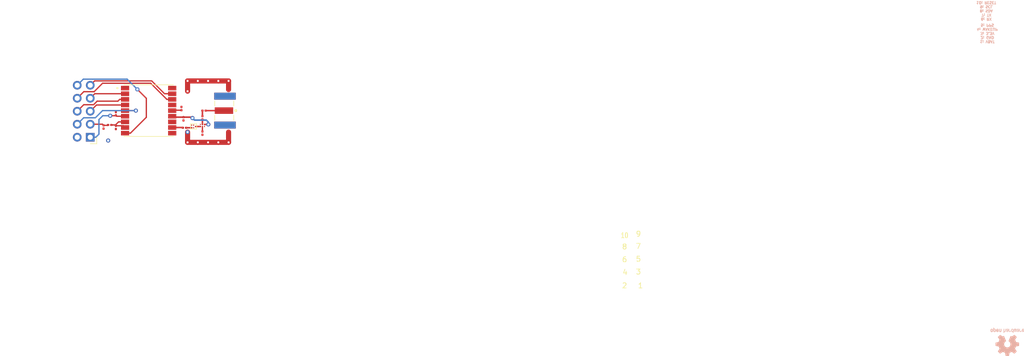
<source format=kicad_pcb>
(kicad_pcb (version 20171130) (host pcbnew "(5.1.5)-3")

  (general
    (thickness 1.6)
    (drawings 19)
    (tracks 104)
    (zones 0)
    (modules 16)
    (nets 20)
  )

  (page A4)
  (layers
    (0 F.Cu signal)
    (1 Ground_Plane power)
    (2 Power_Plane power)
    (31 B.Cu signal)
    (32 B.Adhes user)
    (33 F.Adhes user)
    (34 B.Paste user)
    (35 F.Paste user)
    (36 B.SilkS user)
    (37 F.SilkS user)
    (38 B.Mask user)
    (39 F.Mask user)
    (40 Dwgs.User user)
    (41 Cmts.User user)
    (42 Eco1.User user)
    (43 Eco2.User user)
    (44 Edge.Cuts user)
    (45 Margin user)
    (46 B.CrtYd user)
    (47 F.CrtYd user)
    (48 B.Fab user)
    (49 F.Fab user)
  )

  (setup
    (last_trace_width 1)
    (user_trace_width 0.18)
    (user_trace_width 0.3)
    (user_trace_width 1)
    (trace_clearance 0.12)
    (zone_clearance 0.508)
    (zone_45_only no)
    (trace_min 0.15)
    (via_size 0.8)
    (via_drill 0.4)
    (via_min_size 0.4)
    (via_min_drill 0.3)
    (blind_buried_vias_allowed yes)
    (uvia_size 0.3)
    (uvia_drill 0.1)
    (uvias_allowed yes)
    (uvia_min_size 0.2)
    (uvia_min_drill 0.1)
    (edge_width 0.05)
    (segment_width 0.2)
    (pcb_text_width 0.3)
    (pcb_text_size 1.5 1.5)
    (mod_edge_width 0.12)
    (mod_text_size 1 1)
    (mod_text_width 0.15)
    (pad_size 1.524 1.524)
    (pad_drill 0.762)
    (pad_to_mask_clearance 0.051)
    (solder_mask_min_width 0.25)
    (aux_axis_origin 0 0)
    (visible_elements 7FFFF7FF)
    (pcbplotparams
      (layerselection 0x010fc_ffffffff)
      (usegerberextensions false)
      (usegerberattributes false)
      (usegerberadvancedattributes false)
      (creategerberjobfile false)
      (excludeedgelayer true)
      (linewidth 0.100000)
      (plotframeref false)
      (viasonmask false)
      (mode 1)
      (useauxorigin false)
      (hpglpennumber 1)
      (hpglpenspeed 20)
      (hpglpendiameter 15.000000)
      (psnegative false)
      (psa4output false)
      (plotreference true)
      (plotvalue true)
      (plotinvisibletext false)
      (padsonsilk false)
      (subtractmaskfromsilk false)
      (outputformat 1)
      (mirror false)
      (drillshape 0)
      (scaleselection 1)
      (outputdirectory "GERBER/"))
  )

  (net 0 "")
  (net 1 "Net-(C1-Pad2)")
  (net 2 "Net-(C1-Pad1)")
  (net 3 GND)
  (net 4 VCC_RF)
  (net 5 "Net-(C3-Pad1)")
  (net 6 "Net-(C3-Pad2)")
  (net 7 V_BAT)
  (net 8 "Net-(C6-Pad2)")
  (net 9 +3V3)
  (net 10 WAKE_UP)
  (net 11 1PPS)
  (net 12 RX)
  (net 13 TX)
  (net 14 SDA)
  (net 15 SCL)
  (net 16 SYS_RSTN)
  (net 17 "Net-(L1-Pad2)")
  (net 18 ANT_OFF)
  (net 19 "Net-(U1-Pad3)")

  (net_class Default "This is the default net class."
    (clearance 0.12)
    (trace_width 0.25)
    (via_dia 0.8)
    (via_drill 0.4)
    (uvia_dia 0.3)
    (uvia_drill 0.1)
    (add_net +3V3)
    (add_net 1PPS)
    (add_net ANT_OFF)
    (add_net GND)
    (add_net "Net-(C1-Pad1)")
    (add_net "Net-(C1-Pad2)")
    (add_net "Net-(C3-Pad1)")
    (add_net "Net-(C3-Pad2)")
    (add_net "Net-(C6-Pad2)")
    (add_net "Net-(L1-Pad2)")
    (add_net "Net-(U1-Pad3)")
    (add_net RX)
    (add_net SCL)
    (add_net SDA)
    (add_net SYS_RSTN)
    (add_net TX)
    (add_net VCC_RF)
    (add_net V_BAT)
    (add_net WAKE_UP)
  )

  (module ASSETS:PinHeader_2x05_P2.54mm_Horizontal (layer F.Cu) (tedit 5EBA81E0) (tstamp 5EBAB9C9)
    (at 38 88 180)
    (descr "Through hole angled pin header, 2x05, 2.54mm pitch, 6mm pin length, double rows")
    (tags "Through hole angled pin header THT 2x05 2.54mm double row")
    (path /5EC045A2)
    (fp_text reference J2 (at 5.655 -2.27) (layer Dwgs.User)
      (effects (font (size 1 1) (thickness 0.15)))
    )
    (fp_text value Conn_02x05_Counter_Clockwise (at 5.655 12.43) (layer F.Fab)
      (effects (font (size 1 1) (thickness 0.15)))
    )
    (fp_line (start 4.4 11.95) (end 4.4 11.9) (layer F.CrtYd) (width 0.05))
    (fp_line (start -1.8 11.95) (end 4.4 11.95) (layer F.CrtYd) (width 0.05))
    (fp_line (start 4.4 -1.8) (end -1.8 -1.8) (layer F.CrtYd) (width 0.05))
    (fp_line (start 4.4 10.2) (end 4.4 -1.8) (layer F.CrtYd) (width 0.05))
    (fp_line (start 4.4 10.2) (end 4.4 11.9) (layer F.CrtYd) (width 0.05))
    (fp_line (start -1.8 -1.8) (end -1.8 11.95) (layer F.CrtYd) (width 0.05))
    (fp_line (start -1.27 -1.27) (end 0 -1.27) (layer F.SilkS) (width 0.12))
    (fp_line (start -1.27 0) (end -1.27 -1.27) (layer F.SilkS) (width 0.12))
    (fp_line (start -0.32 9.84) (end -0.32 10.48) (layer F.Fab) (width 0.1))
    (fp_line (start -0.32 7.3) (end -0.32 7.94) (layer F.Fab) (width 0.1))
    (fp_line (start -0.32 4.76) (end -0.32 5.4) (layer F.Fab) (width 0.1))
    (fp_line (start -0.32 2.22) (end -0.32 2.86) (layer F.Fab) (width 0.1))
    (fp_line (start -0.32 -0.32) (end -0.32 0.32) (layer F.Fab) (width 0.1))
    (fp_text user %R (at 5.31 5.08 90) (layer F.Fab)
      (effects (font (size 1 1) (thickness 0.15)))
    )
    (pad 10 thru_hole oval (at 2.54 10.16 180) (size 1.7 1.7) (drill 1) (layers *.Cu *.Mask)
      (net 16 SYS_RSTN))
    (pad 9 thru_hole oval (at 0 10.16 180) (size 1.7 1.7) (drill 1) (layers *.Cu *.Mask)
      (net 15 SCL))
    (pad 8 thru_hole oval (at 2.54 7.62 180) (size 1.7 1.7) (drill 1) (layers *.Cu *.Mask)
      (net 14 SDA))
    (pad 7 thru_hole oval (at 0 7.62 180) (size 1.7 1.7) (drill 1) (layers *.Cu *.Mask)
      (net 13 TX))
    (pad 6 thru_hole oval (at 2.54 5.08 180) (size 1.7 1.7) (drill 1) (layers *.Cu *.Mask)
      (net 12 RX))
    (pad 5 thru_hole oval (at 0 5.08 180) (size 1.7 1.7) (drill 1) (layers *.Cu *.Mask)
      (net 11 1PPS))
    (pad 4 thru_hole oval (at 2.54 2.54 180) (size 1.7 1.7) (drill 1) (layers *.Cu *.Mask)
      (net 10 WAKE_UP))
    (pad 3 thru_hole oval (at 0 2.54 180) (size 1.7 1.7) (drill 1) (layers *.Cu *.Mask)
      (net 9 +3V3))
    (pad 2 thru_hole oval (at 2.54 0 180) (size 1.7 1.7) (drill 1) (layers *.Cu *.Mask)
      (net 3 GND))
    (pad 1 thru_hole rect (at 0 0 180) (size 1.7 1.7) (drill 1) (layers *.Cu *.Mask)
      (net 7 V_BAT))
    (model ${KISYS3DMOD}/Connector_PinHeader_2.54mm.3dshapes/PinHeader_2x05_P2.54mm_Horizontal.wrl
      (at (xyz 0 0 0))
      (scale (xyz 1 1 1))
      (rotate (xyz 0 0 0))
    )
  )

  (module Symbol:OSHW-Logo2_7.3x6mm_SilkScreen (layer B.Cu) (tedit 0) (tstamp 5EBB0113)
    (at 217 128)
    (descr "Open Source Hardware Symbol")
    (tags "Logo Symbol OSHW")
    (attr virtual)
    (fp_text reference REF** (at 0 0) (layer B.SilkS) hide
      (effects (font (size 1 1) (thickness 0.15)) (justify mirror))
    )
    (fp_text value OSHW-Logo2_7.3x6mm_SilkScreen (at 0.75 0) (layer B.Fab) hide
      (effects (font (size 1 1) (thickness 0.15)) (justify mirror))
    )
    (fp_poly (pts (xy 0.10391 2.757652) (xy 0.182454 2.757222) (xy 0.239298 2.756058) (xy 0.278105 2.753793)
      (xy 0.302538 2.75006) (xy 0.316262 2.744494) (xy 0.32294 2.736727) (xy 0.326236 2.726395)
      (xy 0.326556 2.725057) (xy 0.331562 2.700921) (xy 0.340829 2.653299) (xy 0.353392 2.587259)
      (xy 0.368287 2.507872) (xy 0.384551 2.420204) (xy 0.385119 2.417125) (xy 0.40141 2.331211)
      (xy 0.416652 2.255304) (xy 0.429861 2.193955) (xy 0.440054 2.151718) (xy 0.446248 2.133145)
      (xy 0.446543 2.132816) (xy 0.464788 2.123747) (xy 0.502405 2.108633) (xy 0.551271 2.090738)
      (xy 0.551543 2.090642) (xy 0.613093 2.067507) (xy 0.685657 2.038035) (xy 0.754057 2.008403)
      (xy 0.757294 2.006938) (xy 0.868702 1.956374) (xy 1.115399 2.12484) (xy 1.191077 2.176197)
      (xy 1.259631 2.222111) (xy 1.317088 2.25997) (xy 1.359476 2.287163) (xy 1.382825 2.301079)
      (xy 1.385042 2.302111) (xy 1.40201 2.297516) (xy 1.433701 2.275345) (xy 1.481352 2.234553)
      (xy 1.546198 2.174095) (xy 1.612397 2.109773) (xy 1.676214 2.046388) (xy 1.733329 1.988549)
      (xy 1.780305 1.939825) (xy 1.813703 1.90379) (xy 1.830085 1.884016) (xy 1.830694 1.882998)
      (xy 1.832505 1.869428) (xy 1.825683 1.847267) (xy 1.80854 1.813522) (xy 1.779393 1.7652)
      (xy 1.736555 1.699308) (xy 1.679448 1.614483) (xy 1.628766 1.539823) (xy 1.583461 1.47286)
      (xy 1.54615 1.417484) (xy 1.519452 1.37758) (xy 1.505985 1.357038) (xy 1.505137 1.355644)
      (xy 1.506781 1.335962) (xy 1.519245 1.297707) (xy 1.540048 1.248111) (xy 1.547462 1.232272)
      (xy 1.579814 1.16171) (xy 1.614328 1.081647) (xy 1.642365 1.012371) (xy 1.662568 0.960955)
      (xy 1.678615 0.921881) (xy 1.687888 0.901459) (xy 1.689041 0.899886) (xy 1.706096 0.897279)
      (xy 1.746298 0.890137) (xy 1.804302 0.879477) (xy 1.874763 0.866315) (xy 1.952335 0.851667)
      (xy 2.031672 0.836551) (xy 2.107431 0.821982) (xy 2.174264 0.808978) (xy 2.226828 0.798555)
      (xy 2.259776 0.79173) (xy 2.267857 0.789801) (xy 2.276205 0.785038) (xy 2.282506 0.774282)
      (xy 2.287045 0.753902) (xy 2.290104 0.720266) (xy 2.291967 0.669745) (xy 2.292918 0.598708)
      (xy 2.29324 0.503524) (xy 2.293257 0.464508) (xy 2.293257 0.147201) (xy 2.217057 0.132161)
      (xy 2.174663 0.124005) (xy 2.1114 0.112101) (xy 2.034962 0.097884) (xy 1.953043 0.08279)
      (xy 1.9304 0.078645) (xy 1.854806 0.063947) (xy 1.788953 0.049495) (xy 1.738366 0.036625)
      (xy 1.708574 0.026678) (xy 1.703612 0.023713) (xy 1.691426 0.002717) (xy 1.673953 -0.037967)
      (xy 1.654577 -0.090322) (xy 1.650734 -0.1016) (xy 1.625339 -0.171523) (xy 1.593817 -0.250418)
      (xy 1.562969 -0.321266) (xy 1.562817 -0.321595) (xy 1.511447 -0.432733) (xy 1.680399 -0.681253)
      (xy 1.849352 -0.929772) (xy 1.632429 -1.147058) (xy 1.566819 -1.211726) (xy 1.506979 -1.268733)
      (xy 1.456267 -1.315033) (xy 1.418046 -1.347584) (xy 1.395675 -1.363343) (xy 1.392466 -1.364343)
      (xy 1.373626 -1.356469) (xy 1.33518 -1.334578) (xy 1.28133 -1.301267) (xy 1.216276 -1.259131)
      (xy 1.14594 -1.211943) (xy 1.074555 -1.16381) (xy 1.010908 -1.121928) (xy 0.959041 -1.088871)
      (xy 0.922995 -1.067218) (xy 0.906867 -1.059543) (xy 0.887189 -1.066037) (xy 0.849875 -1.08315)
      (xy 0.802621 -1.107326) (xy 0.797612 -1.110013) (xy 0.733977 -1.141927) (xy 0.690341 -1.157579)
      (xy 0.663202 -1.157745) (xy 0.649057 -1.143204) (xy 0.648975 -1.143) (xy 0.641905 -1.125779)
      (xy 0.625042 -1.084899) (xy 0.599695 -1.023525) (xy 0.567171 -0.944819) (xy 0.528778 -0.851947)
      (xy 0.485822 -0.748072) (xy 0.444222 -0.647502) (xy 0.398504 -0.536516) (xy 0.356526 -0.433703)
      (xy 0.319548 -0.342215) (xy 0.288827 -0.265201) (xy 0.265622 -0.205815) (xy 0.25119 -0.167209)
      (xy 0.246743 -0.1528) (xy 0.257896 -0.136272) (xy 0.287069 -0.10993) (xy 0.325971 -0.080887)
      (xy 0.436757 0.010961) (xy 0.523351 0.116241) (xy 0.584716 0.232734) (xy 0.619815 0.358224)
      (xy 0.627608 0.490493) (xy 0.621943 0.551543) (xy 0.591078 0.678205) (xy 0.53792 0.790059)
      (xy 0.465767 0.885999) (xy 0.377917 0.964924) (xy 0.277665 1.02573) (xy 0.16831 1.067313)
      (xy 0.053147 1.088572) (xy -0.064525 1.088401) (xy -0.18141 1.065699) (xy -0.294211 1.019362)
      (xy -0.399631 0.948287) (xy -0.443632 0.908089) (xy -0.528021 0.804871) (xy -0.586778 0.692075)
      (xy -0.620296 0.57299) (xy -0.628965 0.450905) (xy -0.613177 0.329107) (xy -0.573322 0.210884)
      (xy -0.509793 0.099525) (xy -0.422979 -0.001684) (xy -0.325971 -0.080887) (xy -0.285563 -0.111162)
      (xy -0.257018 -0.137219) (xy -0.246743 -0.152825) (xy -0.252123 -0.169843) (xy -0.267425 -0.2105)
      (xy -0.291388 -0.271642) (xy -0.322756 -0.350119) (xy -0.360268 -0.44278) (xy -0.402667 -0.546472)
      (xy -0.444337 -0.647526) (xy -0.49031 -0.758607) (xy -0.532893 -0.861541) (xy -0.570779 -0.953165)
      (xy -0.60266 -1.030316) (xy -0.627229 -1.089831) (xy -0.64318 -1.128544) (xy -0.64909 -1.143)
      (xy -0.663052 -1.157685) (xy -0.69006 -1.157642) (xy -0.733587 -1.142099) (xy -0.79711 -1.110284)
      (xy -0.797612 -1.110013) (xy -0.84544 -1.085323) (xy -0.884103 -1.067338) (xy -0.905905 -1.059614)
      (xy -0.906867 -1.059543) (xy -0.923279 -1.067378) (xy -0.959513 -1.089165) (xy -1.011526 -1.122328)
      (xy -1.075275 -1.164291) (xy -1.14594 -1.211943) (xy -1.217884 -1.260191) (xy -1.282726 -1.302151)
      (xy -1.336265 -1.335227) (xy -1.374303 -1.356821) (xy -1.392467 -1.364343) (xy -1.409192 -1.354457)
      (xy -1.44282 -1.326826) (xy -1.48999 -1.284495) (xy -1.547342 -1.230505) (xy -1.611516 -1.167899)
      (xy -1.632503 -1.146983) (xy -1.849501 -0.929623) (xy -1.684332 -0.68722) (xy -1.634136 -0.612781)
      (xy -1.590081 -0.545972) (xy -1.554638 -0.490665) (xy -1.530281 -0.450729) (xy -1.519478 -0.430036)
      (xy -1.519162 -0.428563) (xy -1.524857 -0.409058) (xy -1.540174 -0.369822) (xy -1.562463 -0.31743)
      (xy -1.578107 -0.282355) (xy -1.607359 -0.215201) (xy -1.634906 -0.147358) (xy -1.656263 -0.090034)
      (xy -1.662065 -0.072572) (xy -1.678548 -0.025938) (xy -1.69466 0.010095) (xy -1.70351 0.023713)
      (xy -1.72304 0.032048) (xy -1.765666 0.043863) (xy -1.825855 0.057819) (xy -1.898078 0.072578)
      (xy -1.9304 0.078645) (xy -2.012478 0.093727) (xy -2.091205 0.108331) (xy -2.158891 0.12102)
      (xy -2.20784 0.130358) (xy -2.217057 0.132161) (xy -2.293257 0.147201) (xy -2.293257 0.464508)
      (xy -2.293086 0.568846) (xy -2.292384 0.647787) (xy -2.290866 0.704962) (xy -2.288251 0.744001)
      (xy -2.284254 0.768535) (xy -2.278591 0.782195) (xy -2.27098 0.788611) (xy -2.267857 0.789801)
      (xy -2.249022 0.79402) (xy -2.207412 0.802438) (xy -2.14837 0.814039) (xy -2.077243 0.827805)
      (xy -1.999375 0.84272) (xy -1.920113 0.857768) (xy -1.844802 0.871931) (xy -1.778787 0.884194)
      (xy -1.727413 0.893539) (xy -1.696025 0.89895) (xy -1.689041 0.899886) (xy -1.682715 0.912404)
      (xy -1.66871 0.945754) (xy -1.649645 0.993623) (xy -1.642366 1.012371) (xy -1.613004 1.084805)
      (xy -1.578429 1.16483) (xy -1.547463 1.232272) (xy -1.524677 1.283841) (xy -1.509518 1.326215)
      (xy -1.504458 1.352166) (xy -1.505264 1.355644) (xy -1.515959 1.372064) (xy -1.54038 1.408583)
      (xy -1.575905 1.461313) (xy -1.619913 1.526365) (xy -1.669783 1.599849) (xy -1.679644 1.614355)
      (xy -1.737508 1.700296) (xy -1.780044 1.765739) (xy -1.808946 1.813696) (xy -1.82591 1.84718)
      (xy -1.832633 1.869205) (xy -1.83081 1.882783) (xy -1.830764 1.882869) (xy -1.816414 1.900703)
      (xy -1.784677 1.935183) (xy -1.73899 1.982732) (xy -1.682796 2.039778) (xy -1.619532 2.102745)
      (xy -1.612398 2.109773) (xy -1.53267 2.18698) (xy -1.471143 2.24367) (xy -1.426579 2.28089)
      (xy -1.397743 2.299685) (xy -1.385042 2.302111) (xy -1.366506 2.291529) (xy -1.328039 2.267084)
      (xy -1.273614 2.231388) (xy -1.207202 2.187053) (xy -1.132775 2.136689) (xy -1.115399 2.12484)
      (xy -0.868703 1.956374) (xy -0.757294 2.006938) (xy -0.689543 2.036405) (xy -0.616817 2.066041)
      (xy -0.554297 2.08967) (xy -0.551543 2.090642) (xy -0.50264 2.108543) (xy -0.464943 2.12368)
      (xy -0.446575 2.13279) (xy -0.446544 2.132816) (xy -0.440715 2.149283) (xy -0.430808 2.189781)
      (xy -0.417805 2.249758) (xy -0.402691 2.32466) (xy -0.386448 2.409936) (xy -0.385119 2.417125)
      (xy -0.368825 2.504986) (xy -0.353867 2.58474) (xy -0.341209 2.651319) (xy -0.331814 2.699653)
      (xy -0.326646 2.724675) (xy -0.326556 2.725057) (xy -0.323411 2.735701) (xy -0.317296 2.743738)
      (xy -0.304547 2.749533) (xy -0.2815 2.753453) (xy -0.244491 2.755865) (xy -0.189856 2.757135)
      (xy -0.113933 2.757629) (xy -0.013056 2.757714) (xy 0 2.757714) (xy 0.10391 2.757652)) (layer B.SilkS) (width 0.01))
    (fp_poly (pts (xy 3.153595 -1.966966) (xy 3.211021 -2.004497) (xy 3.238719 -2.038096) (xy 3.260662 -2.099064)
      (xy 3.262405 -2.147308) (xy 3.258457 -2.211816) (xy 3.109686 -2.276934) (xy 3.037349 -2.310202)
      (xy 2.990084 -2.336964) (xy 2.965507 -2.360144) (xy 2.961237 -2.382667) (xy 2.974889 -2.407455)
      (xy 2.989943 -2.423886) (xy 3.033746 -2.450235) (xy 3.081389 -2.452081) (xy 3.125145 -2.431546)
      (xy 3.157289 -2.390752) (xy 3.163038 -2.376347) (xy 3.190576 -2.331356) (xy 3.222258 -2.312182)
      (xy 3.265714 -2.295779) (xy 3.265714 -2.357966) (xy 3.261872 -2.400283) (xy 3.246823 -2.435969)
      (xy 3.21528 -2.476943) (xy 3.210592 -2.482267) (xy 3.175506 -2.51872) (xy 3.145347 -2.538283)
      (xy 3.107615 -2.547283) (xy 3.076335 -2.55023) (xy 3.020385 -2.550965) (xy 2.980555 -2.54166)
      (xy 2.955708 -2.527846) (xy 2.916656 -2.497467) (xy 2.889625 -2.464613) (xy 2.872517 -2.423294)
      (xy 2.863238 -2.367521) (xy 2.859693 -2.291305) (xy 2.85941 -2.252622) (xy 2.860372 -2.206247)
      (xy 2.948007 -2.206247) (xy 2.949023 -2.231126) (xy 2.951556 -2.2352) (xy 2.968274 -2.229665)
      (xy 3.004249 -2.215017) (xy 3.052331 -2.19419) (xy 3.062386 -2.189714) (xy 3.123152 -2.158814)
      (xy 3.156632 -2.131657) (xy 3.16399 -2.10622) (xy 3.146391 -2.080481) (xy 3.131856 -2.069109)
      (xy 3.07941 -2.046364) (xy 3.030322 -2.050122) (xy 2.989227 -2.077884) (xy 2.960758 -2.127152)
      (xy 2.951631 -2.166257) (xy 2.948007 -2.206247) (xy 2.860372 -2.206247) (xy 2.861285 -2.162249)
      (xy 2.868196 -2.095384) (xy 2.881884 -2.046695) (xy 2.904096 -2.010849) (xy 2.936574 -1.982513)
      (xy 2.950733 -1.973355) (xy 3.015053 -1.949507) (xy 3.085473 -1.948006) (xy 3.153595 -1.966966)) (layer B.SilkS) (width 0.01))
    (fp_poly (pts (xy 2.6526 -1.958752) (xy 2.669948 -1.966334) (xy 2.711356 -1.999128) (xy 2.746765 -2.046547)
      (xy 2.768664 -2.097151) (xy 2.772229 -2.122098) (xy 2.760279 -2.156927) (xy 2.734067 -2.175357)
      (xy 2.705964 -2.186516) (xy 2.693095 -2.188572) (xy 2.686829 -2.173649) (xy 2.674456 -2.141175)
      (xy 2.669028 -2.126502) (xy 2.63859 -2.075744) (xy 2.59452 -2.050427) (xy 2.53801 -2.051206)
      (xy 2.533825 -2.052203) (xy 2.503655 -2.066507) (xy 2.481476 -2.094393) (xy 2.466327 -2.139287)
      (xy 2.45725 -2.204615) (xy 2.453286 -2.293804) (xy 2.452914 -2.341261) (xy 2.45273 -2.416071)
      (xy 2.451522 -2.467069) (xy 2.448309 -2.499471) (xy 2.442109 -2.518495) (xy 2.43194 -2.529356)
      (xy 2.416819 -2.537272) (xy 2.415946 -2.53767) (xy 2.386828 -2.549981) (xy 2.372403 -2.554514)
      (xy 2.370186 -2.540809) (xy 2.368289 -2.502925) (xy 2.366847 -2.445715) (xy 2.365998 -2.374027)
      (xy 2.365829 -2.321565) (xy 2.366692 -2.220047) (xy 2.37007 -2.143032) (xy 2.377142 -2.086023)
      (xy 2.389088 -2.044526) (xy 2.40709 -2.014043) (xy 2.432327 -1.99008) (xy 2.457247 -1.973355)
      (xy 2.517171 -1.951097) (xy 2.586911 -1.946076) (xy 2.6526 -1.958752)) (layer B.SilkS) (width 0.01))
    (fp_poly (pts (xy 2.144876 -1.956335) (xy 2.186667 -1.975344) (xy 2.219469 -1.998378) (xy 2.243503 -2.024133)
      (xy 2.260097 -2.057358) (xy 2.270577 -2.1028) (xy 2.276271 -2.165207) (xy 2.278507 -2.249327)
      (xy 2.278743 -2.304721) (xy 2.278743 -2.520826) (xy 2.241774 -2.53767) (xy 2.212656 -2.549981)
      (xy 2.198231 -2.554514) (xy 2.195472 -2.541025) (xy 2.193282 -2.504653) (xy 2.191942 -2.451542)
      (xy 2.191657 -2.409372) (xy 2.190434 -2.348447) (xy 2.187136 -2.300115) (xy 2.182321 -2.270518)
      (xy 2.178496 -2.264229) (xy 2.152783 -2.270652) (xy 2.112418 -2.287125) (xy 2.065679 -2.309458)
      (xy 2.020845 -2.333457) (xy 1.986193 -2.35493) (xy 1.970002 -2.369685) (xy 1.969938 -2.369845)
      (xy 1.97133 -2.397152) (xy 1.983818 -2.423219) (xy 2.005743 -2.444392) (xy 2.037743 -2.451474)
      (xy 2.065092 -2.450649) (xy 2.103826 -2.450042) (xy 2.124158 -2.459116) (xy 2.136369 -2.483092)
      (xy 2.137909 -2.487613) (xy 2.143203 -2.521806) (xy 2.129047 -2.542568) (xy 2.092148 -2.552462)
      (xy 2.052289 -2.554292) (xy 1.980562 -2.540727) (xy 1.943432 -2.521355) (xy 1.897576 -2.475845)
      (xy 1.873256 -2.419983) (xy 1.871073 -2.360957) (xy 1.891629 -2.305953) (xy 1.922549 -2.271486)
      (xy 1.95342 -2.252189) (xy 2.001942 -2.227759) (xy 2.058485 -2.202985) (xy 2.06791 -2.199199)
      (xy 2.130019 -2.171791) (xy 2.165822 -2.147634) (xy 2.177337 -2.123619) (xy 2.16658 -2.096635)
      (xy 2.148114 -2.075543) (xy 2.104469 -2.049572) (xy 2.056446 -2.047624) (xy 2.012406 -2.067637)
      (xy 1.980709 -2.107551) (xy 1.976549 -2.117848) (xy 1.952327 -2.155724) (xy 1.916965 -2.183842)
      (xy 1.872343 -2.206917) (xy 1.872343 -2.141485) (xy 1.874969 -2.101506) (xy 1.88623 -2.069997)
      (xy 1.911199 -2.036378) (xy 1.935169 -2.010484) (xy 1.972441 -1.973817) (xy 2.001401 -1.954121)
      (xy 2.032505 -1.94622) (xy 2.067713 -1.944914) (xy 2.144876 -1.956335)) (layer B.SilkS) (width 0.01))
    (fp_poly (pts (xy 1.779833 -1.958663) (xy 1.782048 -1.99685) (xy 1.783784 -2.054886) (xy 1.784899 -2.12818)
      (xy 1.785257 -2.205055) (xy 1.785257 -2.465196) (xy 1.739326 -2.511127) (xy 1.707675 -2.539429)
      (xy 1.67989 -2.550893) (xy 1.641915 -2.550168) (xy 1.62684 -2.548321) (xy 1.579726 -2.542948)
      (xy 1.540756 -2.539869) (xy 1.531257 -2.539585) (xy 1.499233 -2.541445) (xy 1.453432 -2.546114)
      (xy 1.435674 -2.548321) (xy 1.392057 -2.551735) (xy 1.362745 -2.54432) (xy 1.33368 -2.521427)
      (xy 1.323188 -2.511127) (xy 1.277257 -2.465196) (xy 1.277257 -1.978602) (xy 1.314226 -1.961758)
      (xy 1.346059 -1.949282) (xy 1.364683 -1.944914) (xy 1.369458 -1.958718) (xy 1.373921 -1.997286)
      (xy 1.377775 -2.056356) (xy 1.380722 -2.131663) (xy 1.382143 -2.195286) (xy 1.386114 -2.445657)
      (xy 1.420759 -2.450556) (xy 1.452268 -2.447131) (xy 1.467708 -2.436041) (xy 1.472023 -2.415308)
      (xy 1.475708 -2.371145) (xy 1.478469 -2.309146) (xy 1.480012 -2.234909) (xy 1.480235 -2.196706)
      (xy 1.480457 -1.976783) (xy 1.526166 -1.960849) (xy 1.558518 -1.950015) (xy 1.576115 -1.944962)
      (xy 1.576623 -1.944914) (xy 1.578388 -1.958648) (xy 1.580329 -1.99673) (xy 1.582282 -2.054482)
      (xy 1.584084 -2.127227) (xy 1.585343 -2.195286) (xy 1.589314 -2.445657) (xy 1.6764 -2.445657)
      (xy 1.680396 -2.21724) (xy 1.684392 -1.988822) (xy 1.726847 -1.966868) (xy 1.758192 -1.951793)
      (xy 1.776744 -1.944951) (xy 1.777279 -1.944914) (xy 1.779833 -1.958663)) (layer B.SilkS) (width 0.01))
    (fp_poly (pts (xy 1.190117 -2.065358) (xy 1.189933 -2.173837) (xy 1.189219 -2.257287) (xy 1.187675 -2.319704)
      (xy 1.185001 -2.365085) (xy 1.180894 -2.397429) (xy 1.175055 -2.420733) (xy 1.167182 -2.438995)
      (xy 1.161221 -2.449418) (xy 1.111855 -2.505945) (xy 1.049264 -2.541377) (xy 0.980013 -2.55409)
      (xy 0.910668 -2.542463) (xy 0.869375 -2.521568) (xy 0.826025 -2.485422) (xy 0.796481 -2.441276)
      (xy 0.778655 -2.383462) (xy 0.770463 -2.306313) (xy 0.769302 -2.249714) (xy 0.769458 -2.245647)
      (xy 0.870857 -2.245647) (xy 0.871476 -2.31055) (xy 0.874314 -2.353514) (xy 0.88084 -2.381622)
      (xy 0.892523 -2.401953) (xy 0.906483 -2.417288) (xy 0.953365 -2.44689) (xy 1.003701 -2.449419)
      (xy 1.051276 -2.424705) (xy 1.054979 -2.421356) (xy 1.070783 -2.403935) (xy 1.080693 -2.383209)
      (xy 1.086058 -2.352362) (xy 1.088228 -2.304577) (xy 1.088571 -2.251748) (xy 1.087827 -2.185381)
      (xy 1.084748 -2.141106) (xy 1.078061 -2.112009) (xy 1.066496 -2.091173) (xy 1.057013 -2.080107)
      (xy 1.01296 -2.052198) (xy 0.962224 -2.048843) (xy 0.913796 -2.070159) (xy 0.90445 -2.078073)
      (xy 0.88854 -2.095647) (xy 0.87861 -2.116587) (xy 0.873278 -2.147782) (xy 0.871163 -2.196122)
      (xy 0.870857 -2.245647) (xy 0.769458 -2.245647) (xy 0.77281 -2.158568) (xy 0.784726 -2.090086)
      (xy 0.807135 -2.0386) (xy 0.842124 -1.998443) (xy 0.869375 -1.977861) (xy 0.918907 -1.955625)
      (xy 0.976316 -1.945304) (xy 1.029682 -1.948067) (xy 1.059543 -1.959212) (xy 1.071261 -1.962383)
      (xy 1.079037 -1.950557) (xy 1.084465 -1.918866) (xy 1.088571 -1.870593) (xy 1.093067 -1.816829)
      (xy 1.099313 -1.784482) (xy 1.110676 -1.765985) (xy 1.130528 -1.75377) (xy 1.143 -1.748362)
      (xy 1.190171 -1.728601) (xy 1.190117 -2.065358)) (layer B.SilkS) (width 0.01))
    (fp_poly (pts (xy 0.529926 -1.949755) (xy 0.595858 -1.974084) (xy 0.649273 -2.017117) (xy 0.670164 -2.047409)
      (xy 0.692939 -2.102994) (xy 0.692466 -2.143186) (xy 0.668562 -2.170217) (xy 0.659717 -2.174813)
      (xy 0.62153 -2.189144) (xy 0.602028 -2.185472) (xy 0.595422 -2.161407) (xy 0.595086 -2.148114)
      (xy 0.582992 -2.09921) (xy 0.551471 -2.064999) (xy 0.507659 -2.048476) (xy 0.458695 -2.052634)
      (xy 0.418894 -2.074227) (xy 0.40545 -2.086544) (xy 0.395921 -2.101487) (xy 0.389485 -2.124075)
      (xy 0.385317 -2.159328) (xy 0.382597 -2.212266) (xy 0.380502 -2.287907) (xy 0.37996 -2.311857)
      (xy 0.377981 -2.39379) (xy 0.375731 -2.451455) (xy 0.372357 -2.489608) (xy 0.367006 -2.513004)
      (xy 0.358824 -2.526398) (xy 0.346959 -2.534545) (xy 0.339362 -2.538144) (xy 0.307102 -2.550452)
      (xy 0.288111 -2.554514) (xy 0.281836 -2.540948) (xy 0.278006 -2.499934) (xy 0.2766 -2.430999)
      (xy 0.277598 -2.333669) (xy 0.277908 -2.318657) (xy 0.280101 -2.229859) (xy 0.282693 -2.165019)
      (xy 0.286382 -2.119067) (xy 0.291864 -2.086935) (xy 0.299835 -2.063553) (xy 0.310993 -2.043852)
      (xy 0.31683 -2.03541) (xy 0.350296 -1.998057) (xy 0.387727 -1.969003) (xy 0.392309 -1.966467)
      (xy 0.459426 -1.946443) (xy 0.529926 -1.949755)) (layer B.SilkS) (width 0.01))
    (fp_poly (pts (xy 0.039744 -1.950968) (xy 0.096616 -1.972087) (xy 0.097267 -1.972493) (xy 0.13244 -1.99838)
      (xy 0.158407 -2.028633) (xy 0.17667 -2.068058) (xy 0.188732 -2.121462) (xy 0.196096 -2.193651)
      (xy 0.200264 -2.289432) (xy 0.200629 -2.303078) (xy 0.205876 -2.508842) (xy 0.161716 -2.531678)
      (xy 0.129763 -2.54711) (xy 0.11047 -2.554423) (xy 0.109578 -2.554514) (xy 0.106239 -2.541022)
      (xy 0.103587 -2.504626) (xy 0.101956 -2.451452) (xy 0.1016 -2.408393) (xy 0.101592 -2.338641)
      (xy 0.098403 -2.294837) (xy 0.087288 -2.273944) (xy 0.063501 -2.272925) (xy 0.022296 -2.288741)
      (xy -0.039914 -2.317815) (xy -0.085659 -2.341963) (xy -0.109187 -2.362913) (xy -0.116104 -2.385747)
      (xy -0.116114 -2.386877) (xy -0.104701 -2.426212) (xy -0.070908 -2.447462) (xy -0.019191 -2.450539)
      (xy 0.018061 -2.450006) (xy 0.037703 -2.460735) (xy 0.049952 -2.486505) (xy 0.057002 -2.519337)
      (xy 0.046842 -2.537966) (xy 0.043017 -2.540632) (xy 0.007001 -2.55134) (xy -0.043434 -2.552856)
      (xy -0.095374 -2.545759) (xy -0.132178 -2.532788) (xy -0.183062 -2.489585) (xy -0.211986 -2.429446)
      (xy -0.217714 -2.382462) (xy -0.213343 -2.340082) (xy -0.197525 -2.305488) (xy -0.166203 -2.274763)
      (xy -0.115322 -2.24399) (xy -0.040824 -2.209252) (xy -0.036286 -2.207288) (xy 0.030821 -2.176287)
      (xy 0.072232 -2.150862) (xy 0.089981 -2.128014) (xy 0.086107 -2.104745) (xy 0.062643 -2.078056)
      (xy 0.055627 -2.071914) (xy 0.00863 -2.0481) (xy -0.040067 -2.049103) (xy -0.082478 -2.072451)
      (xy -0.110616 -2.115675) (xy -0.113231 -2.12416) (xy -0.138692 -2.165308) (xy -0.170999 -2.185128)
      (xy -0.217714 -2.20477) (xy -0.217714 -2.15395) (xy -0.203504 -2.080082) (xy -0.161325 -2.012327)
      (xy -0.139376 -1.989661) (xy -0.089483 -1.960569) (xy -0.026033 -1.9474) (xy 0.039744 -1.950968)) (layer B.SilkS) (width 0.01))
    (fp_poly (pts (xy -0.624114 -1.851289) (xy -0.619861 -1.910613) (xy -0.614975 -1.945572) (xy -0.608205 -1.96082)
      (xy -0.598298 -1.961015) (xy -0.595086 -1.959195) (xy -0.552356 -1.946015) (xy -0.496773 -1.946785)
      (xy -0.440263 -1.960333) (xy -0.404918 -1.977861) (xy -0.368679 -2.005861) (xy -0.342187 -2.037549)
      (xy -0.324001 -2.077813) (xy -0.312678 -2.131543) (xy -0.306778 -2.203626) (xy -0.304857 -2.298951)
      (xy -0.304823 -2.317237) (xy -0.3048 -2.522646) (xy -0.350509 -2.53858) (xy -0.382973 -2.54942)
      (xy -0.400785 -2.554468) (xy -0.401309 -2.554514) (xy -0.403063 -2.540828) (xy -0.404556 -2.503076)
      (xy -0.405674 -2.446224) (xy -0.406303 -2.375234) (xy -0.4064 -2.332073) (xy -0.406602 -2.246973)
      (xy -0.407642 -2.185981) (xy -0.410169 -2.144177) (xy -0.414836 -2.116642) (xy -0.422293 -2.098456)
      (xy -0.433189 -2.084698) (xy -0.439993 -2.078073) (xy -0.486728 -2.051375) (xy -0.537728 -2.049375)
      (xy -0.583999 -2.071955) (xy -0.592556 -2.080107) (xy -0.605107 -2.095436) (xy -0.613812 -2.113618)
      (xy -0.619369 -2.139909) (xy -0.622474 -2.179562) (xy -0.623824 -2.237832) (xy -0.624114 -2.318173)
      (xy -0.624114 -2.522646) (xy -0.669823 -2.53858) (xy -0.702287 -2.54942) (xy -0.720099 -2.554468)
      (xy -0.720623 -2.554514) (xy -0.721963 -2.540623) (xy -0.723172 -2.501439) (xy -0.724199 -2.4407)
      (xy -0.724998 -2.362141) (xy -0.725519 -2.269498) (xy -0.725714 -2.166509) (xy -0.725714 -1.769342)
      (xy -0.678543 -1.749444) (xy -0.631371 -1.729547) (xy -0.624114 -1.851289)) (layer B.SilkS) (width 0.01))
    (fp_poly (pts (xy -1.831697 -1.931239) (xy -1.774473 -1.969735) (xy -1.730251 -2.025335) (xy -1.703833 -2.096086)
      (xy -1.69849 -2.148162) (xy -1.699097 -2.169893) (xy -1.704178 -2.186531) (xy -1.718145 -2.201437)
      (xy -1.745411 -2.217973) (xy -1.790388 -2.239498) (xy -1.857489 -2.269374) (xy -1.857829 -2.269524)
      (xy -1.919593 -2.297813) (xy -1.970241 -2.322933) (xy -2.004596 -2.342179) (xy -2.017482 -2.352848)
      (xy -2.017486 -2.352934) (xy -2.006128 -2.376166) (xy -1.979569 -2.401774) (xy -1.949077 -2.420221)
      (xy -1.93363 -2.423886) (xy -1.891485 -2.411212) (xy -1.855192 -2.379471) (xy -1.837483 -2.344572)
      (xy -1.820448 -2.318845) (xy -1.787078 -2.289546) (xy -1.747851 -2.264235) (xy -1.713244 -2.250471)
      (xy -1.706007 -2.249714) (xy -1.697861 -2.26216) (xy -1.69737 -2.293972) (xy -1.703357 -2.336866)
      (xy -1.714643 -2.382558) (xy -1.73005 -2.422761) (xy -1.730829 -2.424322) (xy -1.777196 -2.489062)
      (xy -1.837289 -2.533097) (xy -1.905535 -2.554711) (xy -1.976362 -2.552185) (xy -2.044196 -2.523804)
      (xy -2.047212 -2.521808) (xy -2.100573 -2.473448) (xy -2.13566 -2.410352) (xy -2.155078 -2.327387)
      (xy -2.157684 -2.304078) (xy -2.162299 -2.194055) (xy -2.156767 -2.142748) (xy -2.017486 -2.142748)
      (xy -2.015676 -2.174753) (xy -2.005778 -2.184093) (xy -1.981102 -2.177105) (xy -1.942205 -2.160587)
      (xy -1.898725 -2.139881) (xy -1.897644 -2.139333) (xy -1.860791 -2.119949) (xy -1.846 -2.107013)
      (xy -1.849647 -2.093451) (xy -1.865005 -2.075632) (xy -1.904077 -2.049845) (xy -1.946154 -2.04795)
      (xy -1.983897 -2.066717) (xy -2.009966 -2.102915) (xy -2.017486 -2.142748) (xy -2.156767 -2.142748)
      (xy -2.152806 -2.106027) (xy -2.12845 -2.036212) (xy -2.094544 -1.987302) (xy -2.033347 -1.937878)
      (xy -1.965937 -1.913359) (xy -1.89712 -1.911797) (xy -1.831697 -1.931239)) (layer B.SilkS) (width 0.01))
    (fp_poly (pts (xy -2.958885 -1.921962) (xy -2.890855 -1.957733) (xy -2.840649 -2.015301) (xy -2.822815 -2.052312)
      (xy -2.808937 -2.107882) (xy -2.801833 -2.178096) (xy -2.80116 -2.254727) (xy -2.806573 -2.329552)
      (xy -2.81773 -2.394342) (xy -2.834286 -2.440873) (xy -2.839374 -2.448887) (xy -2.899645 -2.508707)
      (xy -2.971231 -2.544535) (xy -3.048908 -2.55502) (xy -3.127452 -2.53881) (xy -3.149311 -2.529092)
      (xy -3.191878 -2.499143) (xy -3.229237 -2.459433) (xy -3.232768 -2.454397) (xy -3.247119 -2.430124)
      (xy -3.256606 -2.404178) (xy -3.26221 -2.370022) (xy -3.264914 -2.321119) (xy -3.265701 -2.250935)
      (xy -3.265714 -2.2352) (xy -3.265678 -2.230192) (xy -3.120571 -2.230192) (xy -3.119727 -2.29643)
      (xy -3.116404 -2.340386) (xy -3.109417 -2.368779) (xy -3.097584 -2.388325) (xy -3.091543 -2.394857)
      (xy -3.056814 -2.41968) (xy -3.023097 -2.418548) (xy -2.989005 -2.397016) (xy -2.968671 -2.374029)
      (xy -2.956629 -2.340478) (xy -2.949866 -2.287569) (xy -2.949402 -2.281399) (xy -2.948248 -2.185513)
      (xy -2.960312 -2.114299) (xy -2.98543 -2.068194) (xy -3.02344 -2.047635) (xy -3.037008 -2.046514)
      (xy -3.072636 -2.052152) (xy -3.097006 -2.071686) (xy -3.111907 -2.109042) (xy -3.119125 -2.16815)
      (xy -3.120571 -2.230192) (xy -3.265678 -2.230192) (xy -3.265174 -2.160413) (xy -3.262904 -2.108159)
      (xy -3.257932 -2.071949) (xy -3.249287 -2.045299) (xy -3.235995 -2.021722) (xy -3.233057 -2.017338)
      (xy -3.183687 -1.958249) (xy -3.129891 -1.923947) (xy -3.064398 -1.910331) (xy -3.042158 -1.909665)
      (xy -2.958885 -1.921962)) (layer B.SilkS) (width 0.01))
    (fp_poly (pts (xy -1.283907 -1.92778) (xy -1.237328 -1.954723) (xy -1.204943 -1.981466) (xy -1.181258 -2.009484)
      (xy -1.164941 -2.043748) (xy -1.154661 -2.089227) (xy -1.149086 -2.150892) (xy -1.146884 -2.233711)
      (xy -1.146629 -2.293246) (xy -1.146629 -2.512391) (xy -1.208314 -2.540044) (xy -1.27 -2.567697)
      (xy -1.277257 -2.32767) (xy -1.280256 -2.238028) (xy -1.283402 -2.172962) (xy -1.287299 -2.128026)
      (xy -1.292553 -2.09877) (xy -1.299769 -2.080748) (xy -1.30955 -2.069511) (xy -1.312688 -2.067079)
      (xy -1.360239 -2.048083) (xy -1.408303 -2.0556) (xy -1.436914 -2.075543) (xy -1.448553 -2.089675)
      (xy -1.456609 -2.10822) (xy -1.461729 -2.136334) (xy -1.464559 -2.179173) (xy -1.465744 -2.241895)
      (xy -1.465943 -2.307261) (xy -1.465982 -2.389268) (xy -1.467386 -2.447316) (xy -1.472086 -2.486465)
      (xy -1.482013 -2.51178) (xy -1.499097 -2.528323) (xy -1.525268 -2.541156) (xy -1.560225 -2.554491)
      (xy -1.598404 -2.569007) (xy -1.593859 -2.311389) (xy -1.592029 -2.218519) (xy -1.589888 -2.149889)
      (xy -1.586819 -2.100711) (xy -1.582206 -2.066198) (xy -1.575432 -2.041562) (xy -1.565881 -2.022016)
      (xy -1.554366 -2.00477) (xy -1.49881 -1.94968) (xy -1.43102 -1.917822) (xy -1.357287 -1.910191)
      (xy -1.283907 -1.92778)) (layer B.SilkS) (width 0.01))
    (fp_poly (pts (xy -2.400256 -1.919918) (xy -2.344799 -1.947568) (xy -2.295852 -1.99848) (xy -2.282371 -2.017338)
      (xy -2.267686 -2.042015) (xy -2.258158 -2.068816) (xy -2.252707 -2.104587) (xy -2.250253 -2.156169)
      (xy -2.249714 -2.224267) (xy -2.252148 -2.317588) (xy -2.260606 -2.387657) (xy -2.276826 -2.439931)
      (xy -2.302546 -2.479869) (xy -2.339503 -2.512929) (xy -2.342218 -2.514886) (xy -2.37864 -2.534908)
      (xy -2.422498 -2.544815) (xy -2.478276 -2.547257) (xy -2.568952 -2.547257) (xy -2.56899 -2.635283)
      (xy -2.569834 -2.684308) (xy -2.574976 -2.713065) (xy -2.588413 -2.730311) (xy -2.614142 -2.744808)
      (xy -2.620321 -2.747769) (xy -2.649236 -2.761648) (xy -2.671624 -2.770414) (xy -2.688271 -2.771171)
      (xy -2.699964 -2.761023) (xy -2.70749 -2.737073) (xy -2.711634 -2.696426) (xy -2.713185 -2.636186)
      (xy -2.712929 -2.553455) (xy -2.711651 -2.445339) (xy -2.711252 -2.413) (xy -2.709815 -2.301524)
      (xy -2.708528 -2.228603) (xy -2.569029 -2.228603) (xy -2.568245 -2.290499) (xy -2.56476 -2.330997)
      (xy -2.556876 -2.357708) (xy -2.542895 -2.378244) (xy -2.533403 -2.38826) (xy -2.494596 -2.417567)
      (xy -2.460237 -2.419952) (xy -2.424784 -2.39575) (xy -2.423886 -2.394857) (xy -2.409461 -2.376153)
      (xy -2.400687 -2.350732) (xy -2.396261 -2.311584) (xy -2.394882 -2.251697) (xy -2.394857 -2.23843)
      (xy -2.398188 -2.155901) (xy -2.409031 -2.098691) (xy -2.42866 -2.063766) (xy -2.45835 -2.048094)
      (xy -2.475509 -2.046514) (xy -2.516234 -2.053926) (xy -2.544168 -2.07833) (xy -2.560983 -2.12298)
      (xy -2.56835 -2.19113) (xy -2.569029 -2.228603) (xy -2.708528 -2.228603) (xy -2.708292 -2.215245)
      (xy -2.706323 -2.150333) (xy -2.70355 -2.102958) (xy -2.699612 -2.06929) (xy -2.694151 -2.045498)
      (xy -2.686808 -2.027753) (xy -2.677223 -2.012224) (xy -2.673113 -2.006381) (xy -2.618595 -1.951185)
      (xy -2.549664 -1.91989) (xy -2.469928 -1.911165) (xy -2.400256 -1.919918)) (layer B.SilkS) (width 0.01))
  )

  (module ASSETS:TSLP_6_2 (layer F.Cu) (tedit 5EBA729E) (tstamp 5EBABA1C)
    (at 60.4 85.6 90)
    (path /5EBBA031)
    (fp_text reference U1 (at 1.407 -1.3564 90) (layer Dwgs.User)
      (effects (font (size 0.64 0.64) (thickness 0.015)))
    )
    (fp_text value BGA725L6E6327FTSA1 (at 8.2908 1.3436 90) (layer F.Fab)
      (effects (font (size 0.64 0.64) (thickness 0.015)))
    )
    (fp_circle (center -0.45 0.05) (end -0.425 0.05) (layer F.SilkS) (width 0.01))
    (fp_line (start -0.45 0.05) (end -0.45 -1) (layer F.SilkS) (width 0.01))
    (fp_line (start 0.25 0.05) (end -0.45 0.05) (layer F.SilkS) (width 0.01))
    (fp_line (start 0.25 -1.05) (end 0.25 0.05) (layer F.SilkS) (width 0.01))
    (fp_line (start -0.45 -1.05) (end 0.25 -1.05) (layer F.SilkS) (width 0.01))
    (fp_line (start -0.45 -1) (end -0.45 -1.05) (layer F.SilkS) (width 0.01))
    (pad 6 smd rect (at 0.1 -0.1 270) (size 0.2 0.2) (layers F.Cu F.Paste F.Mask)
      (net 18 ANT_OFF))
    (pad 5 smd rect (at 0.1 -0.5 270) (size 0.2 0.2) (layers F.Cu F.Paste F.Mask)
      (net 17 "Net-(L1-Pad2)"))
    (pad 4 smd rect (at 0.1 -0.9 270) (size 0.2 0.2) (layers F.Cu F.Paste F.Mask)
      (net 3 GND))
    (pad 3 smd rect (at -0.3 -0.9 270) (size 0.2 0.2) (layers F.Cu F.Paste F.Mask)
      (net 19 "Net-(U1-Pad3)"))
    (pad 2 smd rect (at -0.3 -0.5 270) (size 0.2 0.2) (layers F.Cu F.Paste F.Mask)
      (net 4 VCC_RF))
    (pad 1 smd rect (at -0.3 -0.1 270) (size 0.2 0.2) (layers F.Cu F.Paste F.Mask)
      (net 3 GND))
  )

  (module Capacitor_SMD:C_0201_0603Metric (layer F.Cu) (tedit 5B301BBE) (tstamp 5EBAB8D9)
    (at 60.22 82.8)
    (descr "Capacitor SMD 0201 (0603 Metric), square (rectangular) end terminal, IPC_7351 nominal, (Body size source: https://www.vishay.com/docs/20052/crcw0201e3.pdf), generated with kicad-footprint-generator")
    (tags capacitor)
    (path /5EBC23AB)
    (attr smd)
    (fp_text reference C1 (at 1.7 -0.3) (layer Dwgs.User)
      (effects (font (size 1 1) (thickness 0.15)))
    )
    (fp_text value 120pF (at 0 1.05) (layer F.Fab)
      (effects (font (size 1 1) (thickness 0.15)))
    )
    (fp_text user %R (at 0 -0.68) (layer F.Fab)
      (effects (font (size 0.25 0.25) (thickness 0.04)))
    )
    (fp_line (start 0.7 0.35) (end -0.7 0.35) (layer F.CrtYd) (width 0.05))
    (fp_line (start 0.7 -0.35) (end 0.7 0.35) (layer F.CrtYd) (width 0.05))
    (fp_line (start -0.7 -0.35) (end 0.7 -0.35) (layer F.CrtYd) (width 0.05))
    (fp_line (start -0.7 0.35) (end -0.7 -0.35) (layer F.CrtYd) (width 0.05))
    (fp_line (start 0.3 0.15) (end -0.3 0.15) (layer F.Fab) (width 0.1))
    (fp_line (start 0.3 -0.15) (end 0.3 0.15) (layer F.Fab) (width 0.1))
    (fp_line (start -0.3 -0.15) (end 0.3 -0.15) (layer F.Fab) (width 0.1))
    (fp_line (start -0.3 0.15) (end -0.3 -0.15) (layer F.Fab) (width 0.1))
    (pad 2 smd roundrect (at 0.32 0) (size 0.46 0.4) (layers F.Cu F.Mask) (roundrect_rratio 0.25)
      (net 1 "Net-(C1-Pad2)"))
    (pad 1 smd roundrect (at -0.32 0) (size 0.46 0.4) (layers F.Cu F.Mask) (roundrect_rratio 0.25)
      (net 2 "Net-(C1-Pad1)"))
    (pad "" smd roundrect (at 0.345 0) (size 0.318 0.36) (layers F.Paste) (roundrect_rratio 0.25))
    (pad "" smd roundrect (at -0.345 0) (size 0.318 0.36) (layers F.Paste) (roundrect_rratio 0.25))
    (model ${KISYS3DMOD}/Capacitor_SMD.3dshapes/C_0201_0603Metric.wrl
      (at (xyz 0 0 0))
      (scale (xyz 1 1 1))
      (rotate (xyz 0 0 0))
    )
  )

  (module Capacitor_SMD:C_0201_0603Metric (layer F.Cu) (tedit 5B301BBE) (tstamp 5EBAB8EA)
    (at 59.9 87.2 90)
    (descr "Capacitor SMD 0201 (0603 Metric), square (rectangular) end terminal, IPC_7351 nominal, (Body size source: https://www.vishay.com/docs/20052/crcw0201e3.pdf), generated with kicad-footprint-generator")
    (tags capacitor)
    (path /5EBBB3E1)
    (attr smd)
    (fp_text reference C2 (at -0.655 -1.2 180) (layer Dwgs.User)
      (effects (font (size 1 1) (thickness 0.15)))
    )
    (fp_text value 1nF (at 0 1.05 90) (layer F.Fab)
      (effects (font (size 1 1) (thickness 0.15)))
    )
    (fp_line (start -0.3 0.15) (end -0.3 -0.15) (layer F.Fab) (width 0.1))
    (fp_line (start -0.3 -0.15) (end 0.3 -0.15) (layer F.Fab) (width 0.1))
    (fp_line (start 0.3 -0.15) (end 0.3 0.15) (layer F.Fab) (width 0.1))
    (fp_line (start 0.3 0.15) (end -0.3 0.15) (layer F.Fab) (width 0.1))
    (fp_line (start -0.7 0.35) (end -0.7 -0.35) (layer F.CrtYd) (width 0.05))
    (fp_line (start -0.7 -0.35) (end 0.7 -0.35) (layer F.CrtYd) (width 0.05))
    (fp_line (start 0.7 -0.35) (end 0.7 0.35) (layer F.CrtYd) (width 0.05))
    (fp_line (start 0.7 0.35) (end -0.7 0.35) (layer F.CrtYd) (width 0.05))
    (fp_text user %R (at 0 -0.68 90) (layer F.Fab)
      (effects (font (size 0.25 0.25) (thickness 0.04)))
    )
    (pad "" smd roundrect (at -0.345 0 90) (size 0.318 0.36) (layers F.Paste) (roundrect_rratio 0.25))
    (pad "" smd roundrect (at 0.345 0 90) (size 0.318 0.36) (layers F.Paste) (roundrect_rratio 0.25))
    (pad 1 smd roundrect (at -0.32 0 90) (size 0.46 0.4) (layers F.Cu F.Mask) (roundrect_rratio 0.25)
      (net 3 GND))
    (pad 2 smd roundrect (at 0.32 0 90) (size 0.46 0.4) (layers F.Cu F.Mask) (roundrect_rratio 0.25)
      (net 4 VCC_RF))
    (model ${KISYS3DMOD}/Capacitor_SMD.3dshapes/C_0201_0603Metric.wrl
      (at (xyz 0 0 0))
      (scale (xyz 1 1 1))
      (rotate (xyz 0 0 0))
    )
  )

  (module Capacitor_SMD:C_0201_0603Metric (layer F.Cu) (tedit 5B301BBE) (tstamp 5EBAB8FB)
    (at 56.4 86.15)
    (descr "Capacitor SMD 0201 (0603 Metric), square (rectangular) end terminal, IPC_7351 nominal, (Body size source: https://www.vishay.com/docs/20052/crcw0201e3.pdf), generated with kicad-footprint-generator")
    (tags capacitor)
    (path /5EBAC4FA)
    (attr smd)
    (fp_text reference C3 (at 0 -1.05) (layer Dwgs.User)
      (effects (font (size 1 1) (thickness 0.15)))
    )
    (fp_text value 120pF (at 0 1.05) (layer F.Fab)
      (effects (font (size 1 1) (thickness 0.15)))
    )
    (fp_line (start -0.3 0.15) (end -0.3 -0.15) (layer F.Fab) (width 0.1))
    (fp_line (start -0.3 -0.15) (end 0.3 -0.15) (layer F.Fab) (width 0.1))
    (fp_line (start 0.3 -0.15) (end 0.3 0.15) (layer F.Fab) (width 0.1))
    (fp_line (start 0.3 0.15) (end -0.3 0.15) (layer F.Fab) (width 0.1))
    (fp_line (start -0.7 0.35) (end -0.7 -0.35) (layer F.CrtYd) (width 0.05))
    (fp_line (start -0.7 -0.35) (end 0.7 -0.35) (layer F.CrtYd) (width 0.05))
    (fp_line (start 0.7 -0.35) (end 0.7 0.35) (layer F.CrtYd) (width 0.05))
    (fp_line (start 0.7 0.35) (end -0.7 0.35) (layer F.CrtYd) (width 0.05))
    (fp_text user %R (at 0 -0.68) (layer F.Fab)
      (effects (font (size 0.25 0.25) (thickness 0.04)))
    )
    (pad "" smd roundrect (at -0.345 0) (size 0.318 0.36) (layers F.Paste) (roundrect_rratio 0.25))
    (pad "" smd roundrect (at 0.345 0) (size 0.318 0.36) (layers F.Paste) (roundrect_rratio 0.25))
    (pad 1 smd roundrect (at -0.32 0) (size 0.46 0.4) (layers F.Cu F.Mask) (roundrect_rratio 0.25)
      (net 5 "Net-(C3-Pad1)"))
    (pad 2 smd roundrect (at 0.32 0) (size 0.46 0.4) (layers F.Cu F.Mask) (roundrect_rratio 0.25)
      (net 6 "Net-(C3-Pad2)"))
    (model ${KISYS3DMOD}/Capacitor_SMD.3dshapes/C_0201_0603Metric.wrl
      (at (xyz 0 0 0))
      (scale (xyz 1 1 1))
      (rotate (xyz 0 0 0))
    )
  )

  (module Capacitor_SMD:C_0201_0603Metric (layer F.Cu) (tedit 5B301BBE) (tstamp 5EBAEE92)
    (at 43 83.4 270)
    (descr "Capacitor SMD 0201 (0603 Metric), square (rectangular) end terminal, IPC_7351 nominal, (Body size source: https://www.vishay.com/docs/20052/crcw0201e3.pdf), generated with kicad-footprint-generator")
    (tags capacitor)
    (path /5EBF879D)
    (attr smd)
    (fp_text reference C4 (at 0 -1.05 90) (layer Dwgs.User)
      (effects (font (size 1 1) (thickness 0.15)))
    )
    (fp_text value 56pF (at 0 1.05 90) (layer F.Fab)
      (effects (font (size 1 1) (thickness 0.15)))
    )
    (fp_line (start -0.3 0.15) (end -0.3 -0.15) (layer F.Fab) (width 0.1))
    (fp_line (start -0.3 -0.15) (end 0.3 -0.15) (layer F.Fab) (width 0.1))
    (fp_line (start 0.3 -0.15) (end 0.3 0.15) (layer F.Fab) (width 0.1))
    (fp_line (start 0.3 0.15) (end -0.3 0.15) (layer F.Fab) (width 0.1))
    (fp_line (start -0.7 0.35) (end -0.7 -0.35) (layer F.CrtYd) (width 0.05))
    (fp_line (start -0.7 -0.35) (end 0.7 -0.35) (layer F.CrtYd) (width 0.05))
    (fp_line (start 0.7 -0.35) (end 0.7 0.35) (layer F.CrtYd) (width 0.05))
    (fp_line (start 0.7 0.35) (end -0.7 0.35) (layer F.CrtYd) (width 0.05))
    (fp_text user %R (at 0 -0.68 90) (layer F.Fab)
      (effects (font (size 0.25 0.25) (thickness 0.04)))
    )
    (pad "" smd roundrect (at -0.345 0 270) (size 0.318 0.36) (layers F.Paste) (roundrect_rratio 0.25))
    (pad "" smd roundrect (at 0.345 0 270) (size 0.318 0.36) (layers F.Paste) (roundrect_rratio 0.25))
    (pad 1 smd roundrect (at -0.32 0 270) (size 0.46 0.4) (layers F.Cu F.Mask) (roundrect_rratio 0.25)
      (net 3 GND))
    (pad 2 smd roundrect (at 0.32 0 270) (size 0.46 0.4) (layers F.Cu F.Mask) (roundrect_rratio 0.25)
      (net 7 V_BAT))
    (model ${KISYS3DMOD}/Capacitor_SMD.3dshapes/C_0201_0603Metric.wrl
      (at (xyz 0 0 0))
      (scale (xyz 1 1 1))
      (rotate (xyz 0 0 0))
    )
  )

  (module Capacitor_SMD:C_0201_0603Metric (layer F.Cu) (tedit 5B301BBE) (tstamp 5EBAB91D)
    (at 55.8 82.4 270)
    (descr "Capacitor SMD 0201 (0603 Metric), square (rectangular) end terminal, IPC_7351 nominal, (Body size source: https://www.vishay.com/docs/20052/crcw0201e3.pdf), generated with kicad-footprint-generator")
    (tags capacitor)
    (path /5EBB7C51)
    (attr smd)
    (fp_text reference C5 (at -1.28 0 180) (layer Dwgs.User)
      (effects (font (size 1 1) (thickness 0.15)))
    )
    (fp_text value 56pF (at -0.4 -1.6 90) (layer F.Fab)
      (effects (font (size 1 1) (thickness 0.15)))
    )
    (fp_text user %R (at 0 -0.68 90) (layer F.Fab)
      (effects (font (size 0.25 0.25) (thickness 0.04)))
    )
    (fp_line (start 0.7 0.35) (end -0.7 0.35) (layer F.CrtYd) (width 0.05))
    (fp_line (start 0.7 -0.35) (end 0.7 0.35) (layer F.CrtYd) (width 0.05))
    (fp_line (start -0.7 -0.35) (end 0.7 -0.35) (layer F.CrtYd) (width 0.05))
    (fp_line (start -0.7 0.35) (end -0.7 -0.35) (layer F.CrtYd) (width 0.05))
    (fp_line (start 0.3 0.15) (end -0.3 0.15) (layer F.Fab) (width 0.1))
    (fp_line (start 0.3 -0.15) (end 0.3 0.15) (layer F.Fab) (width 0.1))
    (fp_line (start -0.3 -0.15) (end 0.3 -0.15) (layer F.Fab) (width 0.1))
    (fp_line (start -0.3 0.15) (end -0.3 -0.15) (layer F.Fab) (width 0.1))
    (pad 2 smd roundrect (at 0.32 0 270) (size 0.46 0.4) (layers F.Cu F.Mask) (roundrect_rratio 0.25)
      (net 4 VCC_RF))
    (pad 1 smd roundrect (at -0.32 0 270) (size 0.46 0.4) (layers F.Cu F.Mask) (roundrect_rratio 0.25)
      (net 3 GND))
    (pad "" smd roundrect (at 0.345 0 270) (size 0.318 0.36) (layers F.Paste) (roundrect_rratio 0.25))
    (pad "" smd roundrect (at -0.345 0 270) (size 0.318 0.36) (layers F.Paste) (roundrect_rratio 0.25))
    (model ${KISYS3DMOD}/Capacitor_SMD.3dshapes/C_0201_0603Metric.wrl
      (at (xyz 0 0 0))
      (scale (xyz 1 1 1))
      (rotate (xyz 0 0 0))
    )
  )

  (module Capacitor_SMD:C_0201_0603Metric (layer F.Cu) (tedit 5B301BBE) (tstamp 5EBAB92E)
    (at 43 86.08 90)
    (descr "Capacitor SMD 0201 (0603 Metric), square (rectangular) end terminal, IPC_7351 nominal, (Body size source: https://www.vishay.com/docs/20052/crcw0201e3.pdf), generated with kicad-footprint-generator")
    (tags capacitor)
    (path /5EBE74F8)
    (attr smd)
    (fp_text reference C6 (at 0 -1.05 90) (layer Dwgs.User)
      (effects (font (size 1 1) (thickness 0.15)))
    )
    (fp_text value 56pF (at 0 1.05 90) (layer F.Fab)
      (effects (font (size 1 1) (thickness 0.15)))
    )
    (fp_line (start -0.3 0.15) (end -0.3 -0.15) (layer F.Fab) (width 0.1))
    (fp_line (start -0.3 -0.15) (end 0.3 -0.15) (layer F.Fab) (width 0.1))
    (fp_line (start 0.3 -0.15) (end 0.3 0.15) (layer F.Fab) (width 0.1))
    (fp_line (start 0.3 0.15) (end -0.3 0.15) (layer F.Fab) (width 0.1))
    (fp_line (start -0.7 0.35) (end -0.7 -0.35) (layer F.CrtYd) (width 0.05))
    (fp_line (start -0.7 -0.35) (end 0.7 -0.35) (layer F.CrtYd) (width 0.05))
    (fp_line (start 0.7 -0.35) (end 0.7 0.35) (layer F.CrtYd) (width 0.05))
    (fp_line (start 0.7 0.35) (end -0.7 0.35) (layer F.CrtYd) (width 0.05))
    (fp_text user %R (at 0 -0.68 90) (layer F.Fab)
      (effects (font (size 0.25 0.25) (thickness 0.04)))
    )
    (pad "" smd roundrect (at -0.345 0 90) (size 0.318 0.36) (layers F.Paste) (roundrect_rratio 0.25))
    (pad "" smd roundrect (at 0.345 0 90) (size 0.318 0.36) (layers F.Paste) (roundrect_rratio 0.25))
    (pad 1 smd roundrect (at -0.32 0 90) (size 0.46 0.4) (layers F.Cu F.Mask) (roundrect_rratio 0.25)
      (net 3 GND))
    (pad 2 smd roundrect (at 0.32 0 90) (size 0.46 0.4) (layers F.Cu F.Mask) (roundrect_rratio 0.25)
      (net 8 "Net-(C6-Pad2)"))
    (model ${KISYS3DMOD}/Capacitor_SMD.3dshapes/C_0201_0603Metric.wrl
      (at (xyz 0 0 0))
      (scale (xyz 1 1 1))
      (rotate (xyz 0 0 0))
    )
  )

  (module Capacitor_SMD:C_0201_0603Metric (layer F.Cu) (tedit 5B301BBE) (tstamp 5EBAB93F)
    (at 40.6 86 90)
    (descr "Capacitor SMD 0201 (0603 Metric), square (rectangular) end terminal, IPC_7351 nominal, (Body size source: https://www.vishay.com/docs/20052/crcw0201e3.pdf), generated with kicad-footprint-generator")
    (tags capacitor)
    (path /5EBE861D)
    (attr smd)
    (fp_text reference C7 (at 0 -1.05 90) (layer Dwgs.User)
      (effects (font (size 1 1) (thickness 0.15)))
    )
    (fp_text value 56pF (at 0 1.05 90) (layer F.Fab)
      (effects (font (size 1 1) (thickness 0.15)))
    )
    (fp_text user %R (at 0 -0.68 90) (layer F.Fab)
      (effects (font (size 0.25 0.25) (thickness 0.04)))
    )
    (fp_line (start 0.7 0.35) (end -0.7 0.35) (layer F.CrtYd) (width 0.05))
    (fp_line (start 0.7 -0.35) (end 0.7 0.35) (layer F.CrtYd) (width 0.05))
    (fp_line (start -0.7 -0.35) (end 0.7 -0.35) (layer F.CrtYd) (width 0.05))
    (fp_line (start -0.7 0.35) (end -0.7 -0.35) (layer F.CrtYd) (width 0.05))
    (fp_line (start 0.3 0.15) (end -0.3 0.15) (layer F.Fab) (width 0.1))
    (fp_line (start 0.3 -0.15) (end 0.3 0.15) (layer F.Fab) (width 0.1))
    (fp_line (start -0.3 -0.15) (end 0.3 -0.15) (layer F.Fab) (width 0.1))
    (fp_line (start -0.3 0.15) (end -0.3 -0.15) (layer F.Fab) (width 0.1))
    (pad 2 smd roundrect (at 0.32 0 90) (size 0.46 0.4) (layers F.Cu F.Mask) (roundrect_rratio 0.25)
      (net 9 +3V3))
    (pad 1 smd roundrect (at -0.32 0 90) (size 0.46 0.4) (layers F.Cu F.Mask) (roundrect_rratio 0.25)
      (net 3 GND))
    (pad "" smd roundrect (at 0.345 0 90) (size 0.318 0.36) (layers F.Paste) (roundrect_rratio 0.25))
    (pad "" smd roundrect (at -0.345 0 90) (size 0.318 0.36) (layers F.Paste) (roundrect_rratio 0.25))
    (model ${KISYS3DMOD}/Capacitor_SMD.3dshapes/C_0201_0603Metric.wrl
      (at (xyz 0 0 0))
      (scale (xyz 1 1 1))
      (rotate (xyz 0 0 0))
    )
  )

  (module ASSETS:SMA-J-P-H-ST-EM1 (layer F.Cu) (tedit 5E9AF314) (tstamp 5EBAB960)
    (at 64.1 82.8 270)
    (path /5EBC3917)
    (fp_text reference J1 (at -0.32555 -3.34077 90) (layer Dwgs.User)
      (effects (font (size 1.001732 1.001732) (thickness 0.015)))
    )
    (fp_text value SMA_Edge (at 6.76137 12.36757 90) (layer F.Fab)
      (effects (font (size 1.000205 1.000205) (thickness 0.015)))
    )
    (fp_text user BOARD~THICKNESS:~1.57~MM (at 4.1008 -1.40027 90) (layer F.Fab)
      (effects (font (size 0.480094 0.480094) (thickness 0.015)))
    )
    (fp_line (start -3.75 2.15) (end -3.75 -2.55) (layer F.CrtYd) (width 0.05))
    (fp_line (start -3.425 2.15) (end -3.75 2.15) (layer F.CrtYd) (width 0.05))
    (fp_line (start -3.425 11.67) (end -3.425 2.15) (layer F.CrtYd) (width 0.05))
    (fp_line (start 3.425 11.67) (end -3.425 11.67) (layer F.CrtYd) (width 0.05))
    (fp_line (start 3.425 2.15) (end 3.425 11.67) (layer F.CrtYd) (width 0.05))
    (fp_line (start 3.75 2.15) (end 3.425 2.15) (layer F.CrtYd) (width 0.05))
    (fp_line (start 3.75 -2.55) (end 3.75 2.15) (layer F.CrtYd) (width 0.05))
    (fp_line (start -3.75 -2.55) (end 3.75 -2.55) (layer F.CrtYd) (width 0.05))
    (fp_circle (center 0 -2.3) (end 0.14 -2.3) (layer F.SilkS) (width 0.28))
    (fp_line (start 0.9 -1.91) (end 1.9 -1.91) (layer F.SilkS) (width 0.127))
    (fp_line (start -1.9 -1.91) (end -0.9 -1.91) (layer F.SilkS) (width 0.127))
    (fp_line (start 0.9 1.8) (end 1.9 1.8) (layer F.SilkS) (width 0.127))
    (fp_line (start -1.9 1.8) (end -0.9 1.8) (layer F.SilkS) (width 0.127))
    (fp_line (start 3.175 -1.91) (end 3.175 1.9) (layer F.Fab) (width 0.127))
    (fp_line (start -3.175 -1.91) (end 3.175 -1.91) (layer F.Fab) (width 0.127))
    (fp_line (start -3.175 1.9) (end -3.175 -1.91) (layer F.Fab) (width 0.127))
    (fp_line (start 3.175 1.9) (end 5 1.9) (layer F.Fab) (width 0.127))
    (fp_line (start -3.175 1.9) (end 3.175 1.9) (layer F.Fab) (width 0.127))
    (fp_text user PCB~EDGE (at 4.30403 1.70159 90) (layer F.Fab)
      (effects (font (size 0.48045 0.48045) (thickness 0.015)))
    )
    (fp_line (start -5 1.9) (end -3.175 1.9) (layer F.Fab) (width 0.127))
    (fp_line (start -3.165 11.42) (end -3.175 1.9) (layer F.Fab) (width 0.127))
    (fp_line (start 3.165 11.42) (end -3.165 11.42) (layer F.Fab) (width 0.127))
    (fp_line (start 3.175 1.9) (end 3.165 11.42) (layer F.Fab) (width 0.127))
    (pad 3_2 smd rect (at 2.825 -0.2 270) (size 1.35 4.2) (layers B.Cu B.Paste B.Mask)
      (net 3 GND))
    (pad 2_2 smd rect (at -2.825 -0.2 270) (size 1.35 4.2) (layers B.Cu B.Paste B.Mask)
      (net 3 GND))
    (pad 3_1 smd rect (at 2.825 -0.2 270) (size 1.35 4.2) (layers F.Cu F.Paste F.Mask)
      (net 3 GND))
    (pad 2_1 smd rect (at -2.825 -0.2 270) (size 1.35 4.2) (layers F.Cu F.Paste F.Mask)
      (net 3 GND))
    (pad 1 smd rect (at 0 0 270) (size 1.27 3.6) (layers F.Cu F.Paste F.Mask)
      (net 1 "Net-(C1-Pad2)"))
    (model "C:/Users/91816/Downloads/KICAD LIBRARY/3D/SMA-J-P-H-ST-EM1--3DModel-STEP-46669.STEP"
      (offset (xyz 0 5.5 0.5))
      (scale (xyz 1 1 1))
      (rotate (xyz 0 -90 0))
    )
  )

  (module Inductor_SMD:L_0201_0603Metric (layer F.Cu) (tedit 5B301BBE) (tstamp 5EBAB9DA)
    (at 59.9 84.2 270)
    (descr "Inductor SMD 0201 (0603 Metric), square (rectangular) end terminal, IPC_7351 nominal, (Body size source: https://www.vishay.com/docs/20052/crcw0201e3.pdf), generated with kicad-footprint-generator")
    (tags inductor)
    (path /5EBAC74D)
    (attr smd)
    (fp_text reference L1 (at 0 -1.05 90) (layer Dwgs.User)
      (effects (font (size 1 1) (thickness 0.15)))
    )
    (fp_text value 5nF (at 0 1.05 90) (layer F.Fab)
      (effects (font (size 1 1) (thickness 0.15)))
    )
    (fp_line (start -0.3 0.15) (end -0.3 -0.15) (layer F.Fab) (width 0.1))
    (fp_line (start -0.3 -0.15) (end 0.3 -0.15) (layer F.Fab) (width 0.1))
    (fp_line (start 0.3 -0.15) (end 0.3 0.15) (layer F.Fab) (width 0.1))
    (fp_line (start 0.3 0.15) (end -0.3 0.15) (layer F.Fab) (width 0.1))
    (fp_line (start -0.7 0.35) (end -0.7 -0.35) (layer F.CrtYd) (width 0.05))
    (fp_line (start -0.7 -0.35) (end 0.7 -0.35) (layer F.CrtYd) (width 0.05))
    (fp_line (start 0.7 -0.35) (end 0.7 0.35) (layer F.CrtYd) (width 0.05))
    (fp_line (start 0.7 0.35) (end -0.7 0.35) (layer F.CrtYd) (width 0.05))
    (fp_text user %R (at 0 -0.68 90) (layer F.Fab)
      (effects (font (size 0.25 0.25) (thickness 0.04)))
    )
    (pad "" smd roundrect (at -0.345 0 270) (size 0.318 0.36) (layers F.Paste) (roundrect_rratio 0.25))
    (pad "" smd roundrect (at 0.345 0 270) (size 0.318 0.36) (layers F.Paste) (roundrect_rratio 0.25))
    (pad 1 smd roundrect (at -0.32 0 270) (size 0.46 0.4) (layers F.Cu F.Mask) (roundrect_rratio 0.25)
      (net 2 "Net-(C1-Pad1)"))
    (pad 2 smd roundrect (at 0.32 0 270) (size 0.46 0.4) (layers F.Cu F.Mask) (roundrect_rratio 0.25)
      (net 17 "Net-(L1-Pad2)"))
    (model ${KISYS3DMOD}/Inductor_SMD.3dshapes/L_0201_0603Metric.wrl
      (at (xyz 0 0 0))
      (scale (xyz 1 1 1))
      (rotate (xyz 0 0 0))
    )
  )

  (module Inductor_SMD:L_0201_0603Metric (layer F.Cu) (tedit 5B301BBE) (tstamp 5EBAB9EB)
    (at 41.8 85.6 180)
    (descr "Inductor SMD 0201 (0603 Metric), square (rectangular) end terminal, IPC_7351 nominal, (Body size source: https://www.vishay.com/docs/20052/crcw0201e3.pdf), generated with kicad-footprint-generator")
    (tags inductor)
    (path /5EBE61E0)
    (attr smd)
    (fp_text reference L2 (at 0 -1.05) (layer Dwgs.User)
      (effects (font (size 1 1) (thickness 0.15)))
    )
    (fp_text value 27nH (at 0 1.05) (layer F.Fab)
      (effects (font (size 1 1) (thickness 0.15)))
    )
    (fp_line (start -0.3 0.15) (end -0.3 -0.15) (layer F.Fab) (width 0.1))
    (fp_line (start -0.3 -0.15) (end 0.3 -0.15) (layer F.Fab) (width 0.1))
    (fp_line (start 0.3 -0.15) (end 0.3 0.15) (layer F.Fab) (width 0.1))
    (fp_line (start 0.3 0.15) (end -0.3 0.15) (layer F.Fab) (width 0.1))
    (fp_line (start -0.7 0.35) (end -0.7 -0.35) (layer F.CrtYd) (width 0.05))
    (fp_line (start -0.7 -0.35) (end 0.7 -0.35) (layer F.CrtYd) (width 0.05))
    (fp_line (start 0.7 -0.35) (end 0.7 0.35) (layer F.CrtYd) (width 0.05))
    (fp_line (start 0.7 0.35) (end -0.7 0.35) (layer F.CrtYd) (width 0.05))
    (fp_text user %R (at 0 -0.68) (layer F.Fab)
      (effects (font (size 0.25 0.25) (thickness 0.04)))
    )
    (pad "" smd roundrect (at -0.345 0 180) (size 0.318 0.36) (layers F.Paste) (roundrect_rratio 0.25))
    (pad "" smd roundrect (at 0.345 0 180) (size 0.318 0.36) (layers F.Paste) (roundrect_rratio 0.25))
    (pad 1 smd roundrect (at -0.32 0 180) (size 0.46 0.4) (layers F.Cu F.Mask) (roundrect_rratio 0.25)
      (net 8 "Net-(C6-Pad2)"))
    (pad 2 smd roundrect (at 0.32 0 180) (size 0.46 0.4) (layers F.Cu F.Mask) (roundrect_rratio 0.25)
      (net 9 +3V3))
    (model ${KISYS3DMOD}/Inductor_SMD.3dshapes/L_0201_0603Metric.wrl
      (at (xyz 0 0 0))
      (scale (xyz 1 1 1))
      (rotate (xyz 0 0 0))
    )
  )

  (module Inductor_SMD:L_0201_0603Metric (layer F.Cu) (tedit 5B301BBE) (tstamp 5EBAF87A)
    (at 56.2 84.4 270)
    (descr "Inductor SMD 0201 (0603 Metric), square (rectangular) end terminal, IPC_7351 nominal, (Body size source: https://www.vishay.com/docs/20052/crcw0201e3.pdf), generated with kicad-footprint-generator")
    (tags inductor)
    (path /5EBB2FB8)
    (attr smd)
    (fp_text reference R1 (at 0 -1.05 90) (layer Dwgs.User)
      (effects (font (size 1 1) (thickness 0.15)))
    )
    (fp_text value 10K (at 0 1.05 90) (layer F.Fab)
      (effects (font (size 1 1) (thickness 0.15)))
    )
    (fp_text user %R (at 0 -0.68 90) (layer F.Fab)
      (effects (font (size 0.25 0.25) (thickness 0.04)))
    )
    (fp_line (start 0.7 0.35) (end -0.7 0.35) (layer F.CrtYd) (width 0.05))
    (fp_line (start 0.7 -0.35) (end 0.7 0.35) (layer F.CrtYd) (width 0.05))
    (fp_line (start -0.7 -0.35) (end 0.7 -0.35) (layer F.CrtYd) (width 0.05))
    (fp_line (start -0.7 0.35) (end -0.7 -0.35) (layer F.CrtYd) (width 0.05))
    (fp_line (start 0.3 0.15) (end -0.3 0.15) (layer F.Fab) (width 0.1))
    (fp_line (start 0.3 -0.15) (end 0.3 0.15) (layer F.Fab) (width 0.1))
    (fp_line (start -0.3 -0.15) (end 0.3 -0.15) (layer F.Fab) (width 0.1))
    (fp_line (start -0.3 0.15) (end -0.3 -0.15) (layer F.Fab) (width 0.1))
    (pad 2 smd roundrect (at 0.32 0 270) (size 0.46 0.4) (layers F.Cu F.Mask) (roundrect_rratio 0.25)
      (net 3 GND))
    (pad 1 smd roundrect (at -0.32 0 270) (size 0.46 0.4) (layers F.Cu F.Mask) (roundrect_rratio 0.25)
      (net 18 ANT_OFF))
    (pad "" smd roundrect (at 0.345 0 270) (size 0.318 0.36) (layers F.Paste) (roundrect_rratio 0.25))
    (pad "" smd roundrect (at -0.345 0 270) (size 0.318 0.36) (layers F.Paste) (roundrect_rratio 0.25))
    (model ${KISYS3DMOD}/Inductor_SMD.3dshapes/L_0201_0603Metric.wrl
      (at (xyz 0 0 0))
      (scale (xyz 1 1 1))
      (rotate (xyz 0 0 0))
    )
  )

  (module ASSETS:B4327 (layer F.Cu) (tedit 5E9AEF98) (tstamp 5EBABA31)
    (at 58.185 85.9 180)
    (path /5EBAD027)
    (fp_text reference U2 (at 0.216292 -1.204825) (layer Dwgs.User)
      (effects (font (size 0.320433 0.320433) (thickness 0.015)))
    )
    (fp_text value B4327 (at 3.064891 1.204812) (layer F.Fab)
      (effects (font (size 0.320428 0.320428) (thickness 0.015)))
    )
    (fp_line (start -0.6 0.5) (end -0.6 -0.5) (layer F.SilkS) (width 0.127))
    (fp_line (start 0.6 0.5) (end -0.6 0.5) (layer F.SilkS) (width 0.127))
    (fp_line (start 0.6 -0.5) (end 0.6 0.5) (layer F.SilkS) (width 0.127))
    (fp_line (start -0.6 -0.5) (end 0.6 -0.5) (layer F.SilkS) (width 0.127))
    (fp_line (start -0.8 -0.7) (end -0.8 0.7) (layer F.CrtYd) (width 0.05))
    (fp_line (start 0.8 -0.7) (end -0.8 -0.7) (layer F.CrtYd) (width 0.05))
    (fp_line (start 0.8 0.7) (end 0.8 -0.7) (layer F.CrtYd) (width 0.05))
    (fp_line (start -0.8 0.7) (end 0.8 0.7) (layer F.CrtYd) (width 0.05))
    (fp_line (start 0.55 -0.45) (end -0.55 -0.45) (layer F.Fab) (width 0.127))
    (fp_line (start 0.55 0.45) (end 0.55 -0.45) (layer F.Fab) (width 0.127))
    (fp_line (start -0.55 0.45) (end 0.55 0.45) (layer F.Fab) (width 0.127))
    (fp_line (start -0.55 -0.45) (end -0.55 0.45) (layer F.Fab) (width 0.127))
    (pad 4 smd rect (at 0.385 -0.25 180) (size 0.18 0.25) (layers F.Cu F.Paste F.Mask)
      (net 6 "Net-(C3-Pad2)"))
    (pad 3 smd rect (at 0.385 0.25 180) (size 0.18 0.25) (layers F.Cu F.Paste F.Mask)
      (net 3 GND))
    (pad 5 smd rect (at 0 -0.25 180) (size 0.18 0.25) (layers F.Cu F.Paste F.Mask)
      (net 3 GND))
    (pad 2 smd rect (at 0 0.25 180) (size 0.18 0.25) (layers F.Cu F.Paste F.Mask)
      (net 3 GND))
    (pad 1 smd rect (at -0.385 0 180) (size 0.18 0.25) (layers F.Cu F.Paste F.Mask)
      (net 19 "Net-(U1-Pad3)"))
  )

  (module ASSETS:TESEO-LIV3F (layer F.Cu) (tedit 5E9AEEE2) (tstamp 5EBABA53)
    (at 49.4 82.8 90)
    (path /5EBA65AC)
    (fp_text reference U3 (at -0.655695 -7.096605 90) (layer Dwgs.User)
      (effects (font (size 1.401504 1.401504) (thickness 0.015)))
    )
    (fp_text value TESEO-LIV3F (at 0.4 0 90) (layer F.Fab)
      (effects (font (size 1.401157 1.401157) (thickness 0.015)))
    )
    (fp_line (start 5.05 4.85) (end 5.05 -4.85) (layer F.SilkS) (width 0.127))
    (fp_line (start -5.05 -4.85) (end -5.05 4.85) (layer F.SilkS) (width 0.127))
    (fp_circle (center 4.4 -6.1) (end 4.5 -6.1) (layer F.Fab) (width 0.2))
    (fp_circle (center 4.4 -6.1) (end 4.5 -6.1) (layer F.SilkS) (width 0.2))
    (fp_line (start -5.25 5.75) (end -5.25 -5.75) (layer F.CrtYd) (width 0.05))
    (fp_line (start 5.25 5.75) (end -5.25 5.75) (layer F.CrtYd) (width 0.05))
    (fp_line (start 5.25 -5.75) (end 5.25 5.75) (layer F.CrtYd) (width 0.05))
    (fp_line (start -5.25 -5.75) (end 5.25 -5.75) (layer F.CrtYd) (width 0.05))
    (fp_line (start 5.05 4.85) (end -5.05 4.85) (layer F.Fab) (width 0.127))
    (fp_line (start 5.05 -4.85) (end 5.05 4.85) (layer F.Fab) (width 0.127))
    (fp_line (start -5.05 -4.85) (end 5.05 -4.85) (layer F.Fab) (width 0.127))
    (fp_line (start -5.05 4.85) (end -5.05 -4.85) (layer F.Fab) (width 0.127))
    (pad 10 smd rect (at -4.4 4.6 90) (size 0.9 1.6) (layers F.Cu F.Paste F.Mask)
      (net 3 GND))
    (pad 11 smd rect (at -3.3 4.6 90) (size 0.9 1.6) (layers F.Cu F.Paste F.Mask)
      (net 5 "Net-(C3-Pad1)"))
    (pad 12 smd rect (at -2.2 4.6 90) (size 0.9 1.6) (layers F.Cu F.Paste F.Mask)
      (net 3 GND))
    (pad 13 smd rect (at -1.1 4.6 90) (size 0.9 1.6) (layers F.Cu F.Paste F.Mask)
      (net 18 ANT_OFF))
    (pad 14 smd rect (at 0 4.6 90) (size 0.9 1.6) (layers F.Cu F.Paste F.Mask)
      (net 4 VCC_RF))
    (pad 15 smd rect (at 1.1 4.6 90) (size 0.9 1.6) (layers F.Cu F.Paste F.Mask))
    (pad 16 smd rect (at 2.2 4.6 90) (size 0.9 1.6) (layers F.Cu F.Paste F.Mask)
      (net 14 SDA))
    (pad 17 smd rect (at 3.3 4.6 90) (size 0.9 1.6) (layers F.Cu F.Paste F.Mask)
      (net 15 SCL))
    (pad 18 smd rect (at 4.4 4.6 90) (size 0.9 1.6) (layers F.Cu F.Paste F.Mask))
    (pad 9 smd rect (at -4.4 -4.6 90) (size 0.9 1.6) (layers F.Cu F.Paste F.Mask)
      (net 16 SYS_RSTN))
    (pad 8 smd rect (at -3.3 -4.6 90) (size 0.9 1.6) (layers F.Cu F.Paste F.Mask)
      (net 8 "Net-(C6-Pad2)"))
    (pad 7 smd rect (at -2.2 -4.6 90) (size 0.9 1.6) (layers F.Cu F.Paste F.Mask)
      (net 8 "Net-(C6-Pad2)"))
    (pad 6 smd rect (at -1.1 -4.6 90) (size 0.9 1.6) (layers F.Cu F.Paste F.Mask)
      (net 7 V_BAT))
    (pad 1 smd rect (at 4.4 -4.6 90) (size 0.9 1.6) (layers F.Cu F.Paste F.Mask)
      (net 3 GND))
    (pad 2 smd rect (at 3.3 -4.6 90) (size 0.9 1.6) (layers F.Cu F.Paste F.Mask)
      (net 13 TX))
    (pad 3 smd rect (at 2.2 -4.6 90) (size 0.9 1.6) (layers F.Cu F.Paste F.Mask)
      (net 12 RX))
    (pad 4 smd rect (at 1.1 -4.6 90) (size 0.9 1.6) (layers F.Cu F.Paste F.Mask)
      (net 11 1PPS))
    (pad 5 smd rect (at 0 -4.6 90) (size 0.9 1.6) (layers F.Cu F.Paste F.Mask)
      (net 10 WAKE_UP))
    (model "C:/Users/91816/Downloads/KICAD LIBRARY/3D/TESEO-LIV3F_3D-CAD_MODEL.STP--3DModel-STEP-144490.STEP"
      (at (xyz 0 0 0))
      (scale (xyz 1 1 1))
      (rotate (xyz -90 0 0))
    )
  )

  (gr_line (start 66.6 76) (end 62.2 76) (layer Dwgs.User) (width 0.15) (tstamp 5EBCF3AB))
  (gr_line (start 66.6 76.8) (end 66.6 76) (layer Dwgs.User) (width 0.15))
  (gr_line (start 33.6 76) (end 62.2 76) (layer Dwgs.User) (width 0.15))
  (gr_line (start 33.6 76) (end 33.6 89.8) (layer Dwgs.User) (width 0.15) (tstamp 5EBCF3AA))
  (gr_line (start 66.6 77.8) (end 66.6 76.8) (layer Dwgs.User) (width 0.15))
  (gr_line (start 66.6 89.8) (end 66.6 77.8) (layer Dwgs.User) (width 0.15))
  (gr_line (start 33.6 89.8) (end 66.6 89.8) (layer Dwgs.User) (width 0.15))
  (gr_text "6: RX\n7: TX\n8: SDA\n9: SCL\n10: RESET" (at 212.9 63.3 180) (layer B.SilkS) (tstamp 5EBB0964)
    (effects (font (size 0.5 0.5) (thickness 0.125)) (justify mirror))
  )
  (gr_text "1: VBAT\n2: GND\n3: 3.3V\n4: WAKEUP\n5: PPS\n" (at 213.1 67.7 180) (layer B.SilkS)
    (effects (font (size 0.5 0.5) (thickness 0.125)) (justify mirror))
  )
  (gr_text 9 (at 145 106.9) (layer F.SilkS) (tstamp 5EBB0302)
    (effects (font (size 1 1) (thickness 0.15)))
  )
  (gr_text 10 (at 142.3 107.2) (layer F.SilkS) (tstamp 5EBB0302)
    (effects (font (size 1 0.75) (thickness 0.15)))
  )
  (gr_text 7 (at 145 109.3) (layer F.SilkS) (tstamp 5EBB0302)
    (effects (font (size 1 1) (thickness 0.15)))
  )
  (gr_text 8 (at 142.3 109.4) (layer F.SilkS) (tstamp 5EBB0302)
    (effects (font (size 1 1) (thickness 0.15)))
  )
  (gr_text 5 (at 145 111.8) (layer F.SilkS) (tstamp 5EBB0302)
    (effects (font (size 1 1) (thickness 0.15)))
  )
  (gr_text 6 (at 142.3 111.9) (layer F.SilkS) (tstamp 5EBB0302)
    (effects (font (size 1 1) (thickness 0.15)))
  )
  (gr_text 3 (at 145 114.3) (layer F.SilkS) (tstamp 5EBB0302)
    (effects (font (size 1 1) (thickness 0.15)))
  )
  (gr_text 4 (at 142.4 114.4) (layer F.SilkS) (tstamp 5EBB0302)
    (effects (font (size 1 1) (thickness 0.15)))
  )
  (gr_text 2 (at 142.3 117) (layer F.SilkS) (tstamp 5EBB0302)
    (effects (font (size 1 1) (thickness 0.15)))
  )
  (gr_text 1 (at 145.4 117) (layer F.SilkS)
    (effects (font (size 1 1) (thickness 0.15)))
  )

  (via micro (at 65 89) (size 0.8) (drill 0.4) (layers F.Cu Ground_Plane) (net 3))
  (via micro (at 63 89) (size 0.8) (drill 0.4) (layers F.Cu Ground_Plane) (net 3))
  (via micro (at 61 89) (size 0.8) (drill 0.4) (layers F.Cu Ground_Plane) (net 3))
  (via micro (at 59 89) (size 0.8) (drill 0.4) (layers F.Cu Ground_Plane) (net 3))
  (via micro (at 57 89) (size 0.8) (drill 0.4) (layers F.Cu Ground_Plane) (net 3))
  (via (at 57 87) (size 0.8) (drill 0.4) (layers F.Cu B.Cu) (net 3))
  (segment (start 65 89) (end 65 87) (width 1) (layer F.Cu) (net 3))
  (segment (start 63 89) (end 65 89) (width 1) (layer F.Cu) (net 3))
  (segment (start 61 89) (end 63 89) (width 1) (layer F.Cu) (net 3))
  (segment (start 59 89) (end 61 89) (width 1) (layer F.Cu) (net 3))
  (segment (start 57 89) (end 59 89) (width 1) (layer F.Cu) (net 3))
  (segment (start 57 87) (end 57 89) (width 1) (layer F.Cu) (net 3))
  (via micro (at 57 79) (size 0.8) (drill 0.4) (layers F.Cu Ground_Plane) (net 3))
  (via micro (at 57 77) (size 0.8) (drill 0.4) (layers F.Cu Ground_Plane) (net 3))
  (via micro (at 59 77) (size 0.8) (drill 0.4) (layers F.Cu Ground_Plane) (net 3))
  (via micro (at 61 77) (size 0.8) (drill 0.4) (layers F.Cu Ground_Plane) (net 3))
  (via micro (at 63 77) (size 0.8) (drill 0.4) (layers F.Cu Ground_Plane) (net 3))
  (via micro (at 65 77) (size 0.8) (drill 0.4) (layers F.Cu Ground_Plane) (net 3))
  (segment (start 57 79) (end 57 77) (width 1) (layer F.Cu) (net 0))
  (segment (start 57 77) (end 59 77) (width 1) (layer F.Cu) (net 0))
  (segment (start 61 77) (end 59 77) (width 1) (layer F.Cu) (net 0))
  (segment (start 61 77) (end 63 77) (width 1) (layer F.Cu) (net 0))
  (segment (start 63 77) (end 65 77) (width 1) (layer F.Cu) (net 0))
  (segment (start 65 77) (end 65 78.679999) (width 1) (layer F.Cu) (net 0))
  (segment (start 64.1 82.8) (end 60.54 82.8) (width 0.3) (layer F.Cu) (net 1))
  (segment (start 59.9 83.88) (end 59.9 82.8) (width 0.3) (layer F.Cu) (net 2))
  (segment (start 59.9 86.65) (end 59.9 85.92501) (width 0.25) (layer F.Cu) (net 4))
  (segment (start 59.9 86.88) (end 59.9 86.65) (width 0.25) (layer F.Cu) (net 4))
  (segment (start 54.08 82.72) (end 54 82.8) (width 0.25) (layer F.Cu) (net 4))
  (segment (start 55.8 82.72) (end 54.08 82.72) (width 0.25) (layer F.Cu) (net 4))
  (segment (start 56.03 86.1) (end 56.08 86.15) (width 0.3) (layer F.Cu) (net 5))
  (segment (start 54 86.1) (end 56.03 86.1) (width 0.3) (layer F.Cu) (net 5))
  (segment (start 56.72 86.15) (end 57.8 86.15) (width 0.3) (layer F.Cu) (net 6))
  (segment (start 43.18 83.9) (end 43 83.72) (width 0.25) (layer F.Cu) (net 7))
  (segment (start 44.8 83.9) (end 43.18 83.9) (width 0.25) (layer F.Cu) (net 7))
  (segment (start 39.1 88) (end 39.7 87.4) (width 0.25) (layer B.Cu) (net 7))
  (segment (start 38 88) (end 39.1 88) (width 0.25) (layer B.Cu) (net 7))
  (segment (start 39.7 87.4) (end 39.7 84.55) (width 0.25) (layer B.Cu) (net 7))
  (via (at 41.9 83.8) (size 0.8) (drill 0.4) (layers F.Cu B.Cu) (net 7))
  (segment (start 39.7 84.55) (end 40.45 83.8) (width 0.25) (layer B.Cu) (net 7))
  (segment (start 40.45 83.8) (end 41.9 83.8) (width 0.25) (layer B.Cu) (net 7))
  (segment (start 42.92 83.8) (end 43 83.72) (width 0.25) (layer F.Cu) (net 7))
  (segment (start 41.9 83.8) (end 42.92 83.8) (width 0.25) (layer F.Cu) (net 7))
  (segment (start 42.84 85.6) (end 43 85.76) (width 0.25) (layer F.Cu) (net 8))
  (segment (start 42.12 85.6) (end 42.84 85.6) (width 0.25) (layer F.Cu) (net 8))
  (segment (start 43 85.53) (end 43 85.76) (width 0.25) (layer F.Cu) (net 8))
  (segment (start 43.53 85) (end 43 85.53) (width 0.25) (layer F.Cu) (net 8))
  (segment (start 44.8 85) (end 43.53 85) (width 0.25) (layer F.Cu) (net 8))
  (segment (start 44.46 85.76) (end 43 85.76) (width 0.25) (layer F.Cu) (net 8))
  (segment (start 44.8 86.1) (end 44.46 85.76) (width 0.25) (layer F.Cu) (net 8))
  (segment (start 41.4 85.68) (end 41.48 85.6) (width 0.25) (layer F.Cu) (net 9))
  (segment (start 40.6 85.68) (end 41.4 85.68) (width 0.25) (layer F.Cu) (net 9))
  (segment (start 40.38 85.46) (end 40.6 85.68) (width 0.25) (layer F.Cu) (net 9))
  (segment (start 38 85.46) (end 40.38 85.46) (width 0.25) (layer F.Cu) (net 9))
  (via (at 41.5 88.65) (size 0.8) (drill 0.4) (layers F.Cu B.Cu) (net 9))
  (segment (start 38 85.46) (end 41.19 88.65) (width 0.25) (layer Power_Plane) (net 9))
  (segment (start 41.19 88.65) (end 41.5 88.65) (width 0.25) (layer Power_Plane) (net 9))
  (via (at 46.9 82.8) (size 0.8) (drill 0.4) (layers F.Cu B.Cu) (net 10))
  (segment (start 44.8 82.8) (end 46.9 82.8) (width 0.25) (layer F.Cu) (net 10))
  (segment (start 36.72 84.2) (end 35.46 85.46) (width 0.25) (layer B.Cu) (net 10))
  (segment (start 39 84.2) (end 36.72 84.2) (width 0.25) (layer B.Cu) (net 10))
  (segment (start 46.9 82.8) (end 40.4 82.8) (width 0.25) (layer B.Cu) (net 10))
  (segment (start 40.4 82.8) (end 39 84.2) (width 0.25) (layer B.Cu) (net 10))
  (segment (start 39.22 81.7) (end 38 82.92) (width 0.25) (layer F.Cu) (net 11))
  (segment (start 44.8 81.7) (end 39.22 81.7) (width 0.25) (layer F.Cu) (net 11))
  (segment (start 43.75 80.6) (end 43.4 80.95) (width 0.25) (layer F.Cu) (net 12))
  (segment (start 44.8 80.6) (end 43.75 80.6) (width 0.25) (layer F.Cu) (net 12))
  (segment (start 43.4 80.95) (end 39.35 80.95) (width 0.25) (layer F.Cu) (net 12))
  (segment (start 39.35 80.95) (end 38.65 81.65) (width 0.25) (layer F.Cu) (net 12))
  (segment (start 36.73 81.65) (end 35.46 82.92) (width 0.25) (layer F.Cu) (net 12))
  (segment (start 38.65 81.65) (end 36.73 81.65) (width 0.25) (layer F.Cu) (net 12))
  (segment (start 38.88 79.5) (end 38 80.38) (width 0.25) (layer F.Cu) (net 13))
  (segment (start 44.8 79.5) (end 38.88 79.5) (width 0.25) (layer F.Cu) (net 13))
  (segment (start 36.74 79.1) (end 35.46 80.38) (width 0.25) (layer F.Cu) (net 14))
  (segment (start 54 80.6) (end 52.95 80.6) (width 0.25) (layer F.Cu) (net 14))
  (segment (start 52.95 80.6) (end 49.8 77.45) (width 0.25) (layer F.Cu) (net 14))
  (segment (start 49.8 77.45) (end 40.406727 77.45) (width 0.25) (layer F.Cu) (net 14))
  (segment (start 40.406727 77.45) (end 38.756727 79.1) (width 0.25) (layer F.Cu) (net 14))
  (segment (start 38.756727 79.1) (end 36.74 79.1) (width 0.25) (layer F.Cu) (net 14))
  (segment (start 38.849999 76.990001) (end 38 77.84) (width 0.25) (layer F.Cu) (net 15))
  (segment (start 52.5 79.5) (end 49.990001 76.990001) (width 0.25) (layer F.Cu) (net 15))
  (segment (start 49.990001 76.990001) (end 38.849999 76.990001) (width 0.25) (layer F.Cu) (net 15))
  (segment (start 54 79.5) (end 52.5 79.5) (width 0.25) (layer F.Cu) (net 15))
  (segment (start 45.85 87.2) (end 48.95 84.1) (width 0.25) (layer F.Cu) (net 16))
  (segment (start 44.8 87.2) (end 45.85 87.2) (width 0.25) (layer F.Cu) (net 16))
  (via (at 47.2 78.65) (size 0.8) (drill 0.4) (layers F.Cu B.Cu) (net 16))
  (segment (start 48.95 84.1) (end 48.95 80.4) (width 0.25) (layer F.Cu) (net 16))
  (segment (start 48.95 80.4) (end 47.2 78.65) (width 0.25) (layer F.Cu) (net 16))
  (segment (start 47.2 78.65) (end 45.2 76.65) (width 0.25) (layer B.Cu) (net 16))
  (segment (start 36.65 76.65) (end 35.46 77.84) (width 0.25) (layer B.Cu) (net 16))
  (segment (start 45.2 76.65) (end 36.65 76.65) (width 0.25) (layer B.Cu) (net 16))
  (segment (start 59.9 84.52) (end 59.9 85.5) (width 0.3) (layer F.Cu) (net 17))
  (segment (start 54.18 84.08) (end 54 83.9) (width 0.3) (layer F.Cu) (net 18))
  (segment (start 56.2 84.08) (end 54.18 84.08) (width 0.3) (layer F.Cu) (net 18))
  (via (at 57.95 84.25) (size 0.8) (drill 0.4) (layers F.Cu B.Cu) (net 18))
  (segment (start 56.2 84.08) (end 57.78 84.08) (width 0.3) (layer F.Cu) (net 18))
  (segment (start 57.78 84.08) (end 57.95 84.25) (width 0.3) (layer F.Cu) (net 18))
  (segment (start 58.349999 84.649999) (end 60.649999 84.649999) (width 0.3) (layer B.Cu) (net 18))
  (segment (start 57.95 84.25) (end 58.349999 84.649999) (width 0.3) (layer B.Cu) (net 18))
  (segment (start 60.649999 84.649999) (end 61.05 85.05) (width 0.3) (layer B.Cu) (net 18))
  (via (at 61.05 85.5) (size 0.8) (drill 0.4) (layers F.Cu B.Cu) (net 18))
  (segment (start 61.05 85.05) (end 61.05 85.5) (width 0.3) (layer B.Cu) (net 18))
  (segment (start 61.05 85.5) (end 60.32001 85.5) (width 0.3) (layer F.Cu) (net 18))
  (segment (start 58.57 85.9) (end 59.5 85.9) (width 0.3) (layer F.Cu) (net 19))

  (zone (net 3) (net_name GND) (layer Ground_Plane) (tstamp 5EBCFD38) (hatch edge 0.508)
    (connect_pads (clearance 0.508))
    (min_thickness 0.254)
    (fill yes (arc_segments 32) (thermal_gap 0.508) (thermal_bridge_width 0.508))
    (polygon
      (pts
        (xy 66.6 89.8) (xy 33.6 89.8) (xy 33.6 76) (xy 66.6 76)
      )
    )
  )
  (zone (net 9) (net_name +3V3) (layer Power_Plane) (tstamp 5EBCFD35) (hatch edge 0.508)
    (connect_pads (clearance 0.508))
    (min_thickness 0.254)
    (fill yes (arc_segments 32) (thermal_gap 0.508) (thermal_bridge_width 0.508))
    (polygon
      (pts
        (xy 55.2 89.8) (xy 33.6 89.8) (xy 33.6 76) (xy 55.2 76)
      )
    )
  )
  (zone (net 0) (net_name "") (layer F.Mask) (tstamp 5EBCFD32) (hatch edge 0.508)
    (connect_pads (clearance 0.508))
    (min_thickness 0.254)
    (fill yes (arc_segments 32) (thermal_gap 0.508) (thermal_bridge_width 0.508))
    (polygon
      (pts
        (xy 65.6 79.2) (xy 57.8 79.2) (xy 57.6 79.6) (xy 56.2 79.6) (xy 56.2 76.4)
        (xy 65.6 76.4)
      )
    )
  )
  (zone (net 0) (net_name "") (layer F.Mask) (tstamp 5EBCFD2F) (hatch edge 0.508)
    (connect_pads (clearance 0.508))
    (min_thickness 0.254)
    (fill yes (arc_segments 32) (thermal_gap 0.508) (thermal_bridge_width 0.508))
    (polygon
      (pts
        (xy 65.6 89.6) (xy 56.4 89.6) (xy 56.4 86.6) (xy 57.6 86.6) (xy 57.6 88.4)
        (xy 64.2 88.4) (xy 64.2 86.8) (xy 64.4 86.4) (xy 65.6 86.4)
      )
    )
  )
  (zone (net 3) (net_name GND) (layer F.Cu) (tstamp 5EBCFD2C) (hatch edge 0.508)
    (connect_pads (clearance 0.508))
    (min_thickness 0.254)
    (fill yes (arc_segments 32) (thermal_gap 0.508) (thermal_bridge_width 0.508))
    (polygon
      (pts
        (xy 55.2 89.8) (xy 33.6 89.8) (xy 33.6 76) (xy 55.2 76)
      )
    )
  )
  (zone (net 3) (net_name GND) (layer B.Cu) (tstamp 5EBCFD29) (hatch edge 0.508)
    (connect_pads (clearance 0.508))
    (min_thickness 0.254)
    (fill yes (arc_segments 32) (thermal_gap 0.508) (thermal_bridge_width 0.508))
    (polygon
      (pts
        (xy 66.6 89.8) (xy 33.6 89.8) (xy 33.6 76) (xy 66.6 76)
      )
    )
  )
)

</source>
